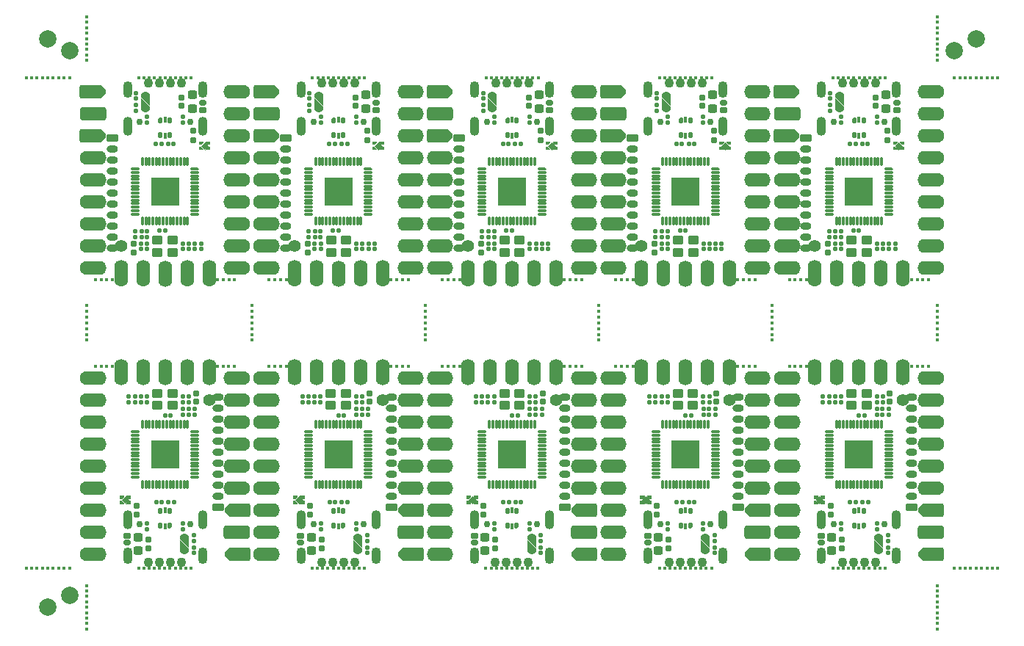
<source format=gbs>
G04 #@! TF.GenerationSoftware,KiCad,Pcbnew,8.0.1-8.0.1-1~ubuntu22.04.1*
G04 #@! TF.CreationDate,2024-08-08T21:33:10+00:00*
G04 #@! TF.ProjectId,gemini-panel,67656d69-6e69-42d7-9061-6e656c2e6b69,1.0*
G04 #@! TF.SameCoordinates,Original*
G04 #@! TF.FileFunction,Soldermask,Bot*
G04 #@! TF.FilePolarity,Negative*
%FSLAX46Y46*%
G04 Gerber Fmt 4.6, Leading zero omitted, Abs format (unit mm)*
G04 Created by KiCad (PCBNEW 8.0.1-8.0.1-1~ubuntu22.04.1) date 2024-08-08 21:33:10*
%MOMM*%
%LPD*%
G01*
G04 APERTURE LIST*
G04 Aperture macros list*
%AMRoundRect*
0 Rectangle with rounded corners*
0 $1 Rounding radius*
0 $2 $3 $4 $5 $6 $7 $8 $9 X,Y pos of 4 corners*
0 Add a 4 corners polygon primitive as box body*
4,1,4,$2,$3,$4,$5,$6,$7,$8,$9,$2,$3,0*
0 Add four circle primitives for the rounded corners*
1,1,$1+$1,$2,$3*
1,1,$1+$1,$4,$5*
1,1,$1+$1,$6,$7*
1,1,$1+$1,$8,$9*
0 Add four rect primitives between the rounded corners*
20,1,$1+$1,$2,$3,$4,$5,0*
20,1,$1+$1,$4,$5,$6,$7,0*
20,1,$1+$1,$6,$7,$8,$9,0*
20,1,$1+$1,$8,$9,$2,$3,0*%
%AMFreePoly0*
4,1,35,0.397255,0.149039,0.416389,0.145233,0.434413,0.137767,0.450634,0.126928,0.464428,0.113134,0.475267,0.096913,0.482733,0.078889,0.486539,0.059755,0.487500,0.050000,0.487500,-0.050000,0.486539,-0.059755,0.482733,-0.078889,0.475267,-0.096913,0.464428,-0.113134,0.450634,-0.126928,0.434413,-0.137767,0.416389,-0.145233,0.397255,-0.149039,0.387500,-0.150000,-0.337500,-0.150000,
-0.372855,-0.135355,-0.472855,-0.035355,-0.487500,0.000000,-0.487500,0.050000,-0.486539,0.059755,-0.482733,0.078889,-0.475267,0.096913,-0.464428,0.113134,-0.450634,0.126928,-0.434413,0.137767,-0.416389,0.145233,-0.397255,0.149039,-0.387500,0.150000,0.387500,0.150000,0.397255,0.149039,0.397255,0.149039,$1*%
%AMFreePoly1*
4,1,14,0.285355,0.222855,0.300000,0.187500,0.300000,-0.187500,0.285355,-0.222855,0.250000,-0.237500,-0.118750,-0.237500,-0.154105,-0.222855,-0.285355,-0.091605,-0.300000,-0.056250,-0.300000,0.187500,-0.285355,0.222855,-0.250000,0.237500,0.250000,0.237500,0.285355,0.222855,0.285355,0.222855,$1*%
%AMFreePoly2*
4,1,32,1.160355,0.535355,1.175000,0.500000,1.160355,0.464645,0.160355,-0.535355,0.125000,-0.550000,0.123223,-0.549968,0.051700,-0.547424,0.039390,-0.545431,-0.097863,-0.505130,-0.110808,-0.499218,-0.231146,-0.421881,-0.241901,-0.412561,-0.335577,-0.304453,-0.343272,-0.292481,-0.402695,-0.162362,-0.406704,-0.148707,-0.427062,-0.007116,-0.427062,0.007116,-0.406704,0.148707,-0.402695,0.162362,
-0.343272,0.292481,-0.335577,0.304453,-0.241901,0.412561,-0.231146,0.421881,-0.110808,0.499218,-0.097863,0.505130,0.039390,0.545431,0.051700,0.547424,0.123223,0.549968,0.125000,0.550000,1.125000,0.550000,1.160355,0.535355,1.160355,0.535355,$1*%
%AMFreePoly3*
4,1,32,-0.123223,0.549968,-0.051700,0.547424,-0.039390,0.545431,0.097863,0.505130,0.110808,0.499218,0.231146,0.421881,0.241901,0.412561,0.335577,0.304453,0.343272,0.292481,0.402695,0.162362,0.406704,0.148707,0.427062,0.007116,0.427062,-0.007116,0.406704,-0.148707,0.402695,-0.162362,0.343272,-0.292481,0.335577,-0.304453,0.241901,-0.412561,0.231146,-0.421881,0.110808,-0.499218,
0.097863,-0.505130,-0.039390,-0.545431,-0.051700,-0.547424,-0.123223,-0.549968,-0.125000,-0.550000,-1.125000,-0.550000,-1.160355,-0.535355,-1.175000,-0.500000,-1.160355,-0.464645,-0.160355,0.535355,-0.125000,0.550000,-0.123223,0.549968,-0.123223,0.549968,$1*%
G04 Aperture macros list end*
%ADD10C,0.010000*%
%ADD11C,0.000000*%
%ADD12C,0.400000*%
%ADD13C,0.750000*%
%ADD14O,1.100000X2.200000*%
%ADD15O,1.100000X1.900000*%
%ADD16O,3.030000X1.600000*%
%ADD17C,1.600000*%
%ADD18O,1.600000X3.030000*%
%ADD19O,1.300000X0.900000*%
%ADD20C,1.400000*%
%ADD21RoundRect,0.329412X0.963843X0.470588X-0.963843X0.470588X-0.963843X-0.470588X0.963843X-0.470588X0*%
%ADD22RoundRect,0.335625X-0.474645X0.000000X0.000000X-0.474645X0.474645X0.000000X0.000000X0.474645X0*%
%ADD23RoundRect,0.400000X0.400000X0.400000X-0.400000X0.400000X-0.400000X-0.400000X0.400000X-0.400000X0*%
%ADD24RoundRect,0.400000X-1.115000X-0.400000X1.115000X-0.400000X1.115000X0.400000X-1.115000X0.400000X0*%
%ADD25RoundRect,0.187500X-0.462500X-0.262500X0.462500X-0.262500X0.462500X0.262500X-0.462500X0.262500X0*%
%ADD26C,1.100000*%
%ADD27RoundRect,0.329412X-0.963843X-0.470588X0.963843X-0.470588X0.963843X0.470588X-0.963843X0.470588X0*%
%ADD28RoundRect,0.335625X0.474645X0.000000X0.000000X0.474645X-0.474645X0.000000X0.000000X-0.474645X0*%
%ADD29RoundRect,0.400000X-0.400000X-0.400000X0.400000X-0.400000X0.400000X0.400000X-0.400000X0.400000X0*%
%ADD30RoundRect,0.400000X1.115000X0.400000X-1.115000X0.400000X-1.115000X-0.400000X1.115000X-0.400000X0*%
%ADD31RoundRect,0.187500X0.462500X0.262500X-0.462500X0.262500X-0.462500X-0.262500X0.462500X-0.262500X0*%
%ADD32C,2.000000*%
%ADD33FreePoly0,0.000000*%
%ADD34RoundRect,0.075000X-0.412500X-0.075000X0.412500X-0.075000X0.412500X0.075000X-0.412500X0.075000X0*%
%ADD35RoundRect,0.075000X-0.075000X-0.412500X0.075000X-0.412500X0.075000X0.412500X-0.075000X0.412500X0*%
%ADD36RoundRect,0.148500X-1.501500X-1.501500X1.501500X-1.501500X1.501500X1.501500X-1.501500X1.501500X0*%
%ADD37RoundRect,0.125000X0.155000X0.125000X-0.155000X0.125000X-0.155000X-0.125000X0.155000X-0.125000X0*%
%ADD38RoundRect,0.125000X-0.125000X0.155000X-0.125000X-0.155000X0.125000X-0.155000X0.125000X0.155000X0*%
%ADD39RoundRect,0.125000X0.125000X-0.155000X0.125000X0.155000X-0.125000X0.155000X-0.125000X-0.155000X0*%
%ADD40RoundRect,0.125000X-0.155000X-0.125000X0.155000X-0.125000X0.155000X0.125000X-0.155000X0.125000X0*%
%ADD41RoundRect,0.165000X0.195000X-0.165000X0.195000X0.165000X-0.195000X0.165000X-0.195000X-0.165000X0*%
%ADD42RoundRect,0.165000X-0.195000X0.165000X-0.195000X-0.165000X0.195000X-0.165000X0.195000X0.165000X0*%
%ADD43RoundRect,0.160000X-0.210000X0.160000X-0.210000X-0.160000X0.210000X-0.160000X0.210000X0.160000X0*%
%ADD44RoundRect,0.243750X-0.281250X0.243750X-0.281250X-0.243750X0.281250X-0.243750X0.281250X0.243750X0*%
%ADD45RoundRect,0.050000X-0.350000X0.250000X-0.350000X-0.250000X0.350000X-0.250000X0.350000X0.250000X0*%
%ADD46RoundRect,0.150000X-0.250000X0.150000X-0.250000X-0.150000X0.250000X-0.150000X0.250000X0.150000X0*%
%ADD47FreePoly1,270.000000*%
%ADD48RoundRect,0.050000X-0.150000X0.325000X-0.150000X-0.325000X0.150000X-0.325000X0.150000X0.325000X0*%
%ADD49RoundRect,0.050000X-0.187500X0.250000X-0.187500X-0.250000X0.187500X-0.250000X0.187500X0.250000X0*%
%ADD50RoundRect,0.160000X0.210000X-0.160000X0.210000X0.160000X-0.210000X0.160000X-0.210000X-0.160000X0*%
%ADD51FreePoly2,270.000000*%
%ADD52FreePoly3,270.000000*%
%ADD53RoundRect,0.243750X0.281250X-0.243750X0.281250X0.243750X-0.281250X0.243750X-0.281250X-0.243750X0*%
%ADD54FreePoly1,90.000000*%
%ADD55RoundRect,0.050000X0.150000X-0.325000X0.150000X0.325000X-0.150000X0.325000X-0.150000X-0.325000X0*%
%ADD56RoundRect,0.050000X0.187500X-0.250000X0.187500X0.250000X-0.187500X0.250000X-0.187500X-0.250000X0*%
%ADD57RoundRect,0.275000X-0.350000X-0.275000X0.350000X-0.275000X0.350000X0.275000X-0.350000X0.275000X0*%
%ADD58FreePoly2,90.000000*%
%ADD59FreePoly3,90.000000*%
%ADD60FreePoly0,180.000000*%
%ADD61RoundRect,0.075000X0.412500X0.075000X-0.412500X0.075000X-0.412500X-0.075000X0.412500X-0.075000X0*%
%ADD62RoundRect,0.075000X0.075000X0.412500X-0.075000X0.412500X-0.075000X-0.412500X0.075000X-0.412500X0*%
%ADD63RoundRect,0.148500X1.501500X1.501500X-1.501500X1.501500X-1.501500X-1.501500X1.501500X-1.501500X0*%
%ADD64RoundRect,0.050000X0.350000X-0.250000X0.350000X0.250000X-0.350000X0.250000X-0.350000X-0.250000X0*%
%ADD65RoundRect,0.150000X0.250000X-0.150000X0.250000X0.150000X-0.250000X0.150000X-0.250000X-0.150000X0*%
%ADD66RoundRect,0.275000X0.350000X0.275000X-0.350000X0.275000X-0.350000X-0.275000X0.350000X-0.275000X0*%
G04 APERTURE END LIST*
D10*
G04 #@! TO.C,U2*
X71842653Y14868143D02*
X71429510Y14455001D01*
X71016367Y14868143D01*
X71429510Y15281286D01*
X71842653Y14868143D01*
G36*
X71842653Y14868143D02*
G01*
X71429510Y14455001D01*
X71016367Y14868143D01*
X71429510Y15281286D01*
X71842653Y14868143D01*
G37*
D11*
G36*
X71294510Y15220000D02*
G01*
X71049510Y14970000D01*
X70769510Y14970000D01*
X70769510Y15350000D01*
X71294510Y15350000D01*
X71294510Y15220000D01*
G37*
G36*
X71294510Y14520000D02*
G01*
X71294510Y14390000D01*
X70769510Y14390000D01*
X70769510Y14770000D01*
X71049510Y14770000D01*
X71294510Y14520000D01*
G37*
G36*
X72089510Y14970000D02*
G01*
X71809510Y14970000D01*
X71564510Y15220000D01*
X71564510Y15350000D01*
X72089510Y15350000D01*
X72089510Y14970000D01*
G37*
G36*
X72089510Y14390000D02*
G01*
X71564510Y14390000D01*
X71564510Y14520000D01*
X71809510Y14770000D01*
X72089510Y14770000D01*
X72089510Y14390000D01*
G37*
D10*
X80983633Y55711857D02*
X80570490Y55298714D01*
X80157347Y55711857D01*
X80570490Y56124999D01*
X80983633Y55711857D01*
G36*
X80983633Y55711857D02*
G01*
X80570490Y55298714D01*
X80157347Y55711857D01*
X80570490Y56124999D01*
X80983633Y55711857D01*
G37*
D11*
G36*
X80435490Y56060000D02*
G01*
X80190490Y55810000D01*
X79910490Y55810000D01*
X79910490Y56190000D01*
X80435490Y56190000D01*
X80435490Y56060000D01*
G37*
G36*
X80435490Y55360000D02*
G01*
X80435490Y55230000D01*
X79910490Y55230000D01*
X79910490Y55610000D01*
X80190490Y55610000D01*
X80435490Y55360000D01*
G37*
G36*
X81230490Y55810000D02*
G01*
X80950490Y55810000D01*
X80705490Y56060000D01*
X80705490Y56190000D01*
X81230490Y56190000D01*
X81230490Y55810000D01*
G37*
G36*
X81230490Y55230000D02*
G01*
X80705490Y55230000D01*
X80705490Y55360000D01*
X80950490Y55610000D01*
X81230490Y55610000D01*
X81230490Y55230000D01*
G37*
D10*
X11842653Y14868143D02*
X11429510Y14455001D01*
X11016367Y14868143D01*
X11429510Y15281286D01*
X11842653Y14868143D01*
G36*
X11842653Y14868143D02*
G01*
X11429510Y14455001D01*
X11016367Y14868143D01*
X11429510Y15281286D01*
X11842653Y14868143D01*
G37*
D11*
G36*
X11294510Y15220000D02*
G01*
X11049510Y14970000D01*
X10769510Y14970000D01*
X10769510Y15350000D01*
X11294510Y15350000D01*
X11294510Y15220000D01*
G37*
G36*
X11294510Y14520000D02*
G01*
X11294510Y14390000D01*
X10769510Y14390000D01*
X10769510Y14770000D01*
X11049510Y14770000D01*
X11294510Y14520000D01*
G37*
G36*
X12089510Y14970000D02*
G01*
X11809510Y14970000D01*
X11564510Y15220000D01*
X11564510Y15350000D01*
X12089510Y15350000D01*
X12089510Y14970000D01*
G37*
G36*
X12089510Y14390000D02*
G01*
X11564510Y14390000D01*
X11564510Y14520000D01*
X11809510Y14770000D01*
X12089510Y14770000D01*
X12089510Y14390000D01*
G37*
D10*
X100983633Y55711857D02*
X100570490Y55298714D01*
X100157347Y55711857D01*
X100570490Y56124999D01*
X100983633Y55711857D01*
G36*
X100983633Y55711857D02*
G01*
X100570490Y55298714D01*
X100157347Y55711857D01*
X100570490Y56124999D01*
X100983633Y55711857D01*
G37*
D11*
G36*
X100435490Y56060000D02*
G01*
X100190490Y55810000D01*
X99910490Y55810000D01*
X99910490Y56190000D01*
X100435490Y56190000D01*
X100435490Y56060000D01*
G37*
G36*
X100435490Y55360000D02*
G01*
X100435490Y55230000D01*
X99910490Y55230000D01*
X99910490Y55610000D01*
X100190490Y55610000D01*
X100435490Y55360000D01*
G37*
G36*
X101230490Y55810000D02*
G01*
X100950490Y55810000D01*
X100705490Y56060000D01*
X100705490Y56190000D01*
X101230490Y56190000D01*
X101230490Y55810000D01*
G37*
G36*
X101230490Y55230000D02*
G01*
X100705490Y55230000D01*
X100705490Y55360000D01*
X100950490Y55610000D01*
X101230490Y55610000D01*
X101230490Y55230000D01*
G37*
D10*
X60983633Y55711857D02*
X60570490Y55298714D01*
X60157347Y55711857D01*
X60570490Y56124999D01*
X60983633Y55711857D01*
G36*
X60983633Y55711857D02*
G01*
X60570490Y55298714D01*
X60157347Y55711857D01*
X60570490Y56124999D01*
X60983633Y55711857D01*
G37*
D11*
G36*
X60435490Y56060000D02*
G01*
X60190490Y55810000D01*
X59910490Y55810000D01*
X59910490Y56190000D01*
X60435490Y56190000D01*
X60435490Y56060000D01*
G37*
G36*
X60435490Y55360000D02*
G01*
X60435490Y55230000D01*
X59910490Y55230000D01*
X59910490Y55610000D01*
X60190490Y55610000D01*
X60435490Y55360000D01*
G37*
G36*
X61230490Y55810000D02*
G01*
X60950490Y55810000D01*
X60705490Y56060000D01*
X60705490Y56190000D01*
X61230490Y56190000D01*
X61230490Y55810000D01*
G37*
G36*
X61230490Y55230000D02*
G01*
X60705490Y55230000D01*
X60705490Y55360000D01*
X60950490Y55610000D01*
X61230490Y55610000D01*
X61230490Y55230000D01*
G37*
D10*
X91842653Y14868143D02*
X91429510Y14455001D01*
X91016367Y14868143D01*
X91429510Y15281286D01*
X91842653Y14868143D01*
G36*
X91842653Y14868143D02*
G01*
X91429510Y14455001D01*
X91016367Y14868143D01*
X91429510Y15281286D01*
X91842653Y14868143D01*
G37*
D11*
G36*
X91294510Y15220000D02*
G01*
X91049510Y14970000D01*
X90769510Y14970000D01*
X90769510Y15350000D01*
X91294510Y15350000D01*
X91294510Y15220000D01*
G37*
G36*
X91294510Y14520000D02*
G01*
X91294510Y14390000D01*
X90769510Y14390000D01*
X90769510Y14770000D01*
X91049510Y14770000D01*
X91294510Y14520000D01*
G37*
G36*
X92089510Y14970000D02*
G01*
X91809510Y14970000D01*
X91564510Y15220000D01*
X91564510Y15350000D01*
X92089510Y15350000D01*
X92089510Y14970000D01*
G37*
G36*
X92089510Y14390000D02*
G01*
X91564510Y14390000D01*
X91564510Y14520000D01*
X91809510Y14770000D01*
X92089510Y14770000D01*
X92089510Y14390000D01*
G37*
D10*
X31842653Y14868143D02*
X31429510Y14455001D01*
X31016367Y14868143D01*
X31429510Y15281286D01*
X31842653Y14868143D01*
G36*
X31842653Y14868143D02*
G01*
X31429510Y14455001D01*
X31016367Y14868143D01*
X31429510Y15281286D01*
X31842653Y14868143D01*
G37*
D11*
G36*
X31294510Y15220000D02*
G01*
X31049510Y14970000D01*
X30769510Y14970000D01*
X30769510Y15350000D01*
X31294510Y15350000D01*
X31294510Y15220000D01*
G37*
G36*
X31294510Y14520000D02*
G01*
X31294510Y14390000D01*
X30769510Y14390000D01*
X30769510Y14770000D01*
X31049510Y14770000D01*
X31294510Y14520000D01*
G37*
G36*
X32089510Y14970000D02*
G01*
X31809510Y14970000D01*
X31564510Y15220000D01*
X31564510Y15350000D01*
X32089510Y15350000D01*
X32089510Y14970000D01*
G37*
G36*
X32089510Y14390000D02*
G01*
X31564510Y14390000D01*
X31564510Y14520000D01*
X31809510Y14770000D01*
X32089510Y14770000D01*
X32089510Y14390000D01*
G37*
D10*
X51842653Y14868143D02*
X51429510Y14455001D01*
X51016367Y14868143D01*
X51429510Y15281286D01*
X51842653Y14868143D01*
G36*
X51842653Y14868143D02*
G01*
X51429510Y14455001D01*
X51016367Y14868143D01*
X51429510Y15281286D01*
X51842653Y14868143D01*
G37*
D11*
G36*
X51294510Y15220000D02*
G01*
X51049510Y14970000D01*
X50769510Y14970000D01*
X50769510Y15350000D01*
X51294510Y15350000D01*
X51294510Y15220000D01*
G37*
G36*
X51294510Y14520000D02*
G01*
X51294510Y14390000D01*
X50769510Y14390000D01*
X50769510Y14770000D01*
X51049510Y14770000D01*
X51294510Y14520000D01*
G37*
G36*
X52089510Y14970000D02*
G01*
X51809510Y14970000D01*
X51564510Y15220000D01*
X51564510Y15350000D01*
X52089510Y15350000D01*
X52089510Y14970000D01*
G37*
G36*
X52089510Y14390000D02*
G01*
X51564510Y14390000D01*
X51564510Y14520000D01*
X51809510Y14770000D01*
X52089510Y14770000D01*
X52089510Y14390000D01*
G37*
D10*
X20983633Y55711857D02*
X20570490Y55298714D01*
X20157347Y55711857D01*
X20570490Y56124999D01*
X20983633Y55711857D01*
G36*
X20983633Y55711857D02*
G01*
X20570490Y55298714D01*
X20157347Y55711857D01*
X20570490Y56124999D01*
X20983633Y55711857D01*
G37*
D11*
G36*
X20435490Y56060000D02*
G01*
X20190490Y55810000D01*
X19910490Y55810000D01*
X19910490Y56190000D01*
X20435490Y56190000D01*
X20435490Y56060000D01*
G37*
G36*
X20435490Y55360000D02*
G01*
X20435490Y55230000D01*
X19910490Y55230000D01*
X19910490Y55610000D01*
X20190490Y55610000D01*
X20435490Y55360000D01*
G37*
G36*
X21230490Y55810000D02*
G01*
X20950490Y55810000D01*
X20705490Y56060000D01*
X20705490Y56190000D01*
X21230490Y56190000D01*
X21230490Y55810000D01*
G37*
G36*
X21230490Y55230000D02*
G01*
X20705490Y55230000D01*
X20705490Y55360000D01*
X20950490Y55610000D01*
X21230490Y55610000D01*
X21230490Y55230000D01*
G37*
D10*
X40983633Y55711857D02*
X40570490Y55298714D01*
X40157347Y55711857D01*
X40570490Y56124999D01*
X40983633Y55711857D01*
G36*
X40983633Y55711857D02*
G01*
X40570490Y55298714D01*
X40157347Y55711857D01*
X40570490Y56124999D01*
X40983633Y55711857D01*
G37*
D11*
G36*
X40435490Y56060000D02*
G01*
X40190490Y55810000D01*
X39910490Y55810000D01*
X39910490Y56190000D01*
X40435490Y56190000D01*
X40435490Y56060000D01*
G37*
G36*
X40435490Y55360000D02*
G01*
X40435490Y55230000D01*
X39910490Y55230000D01*
X39910490Y55610000D01*
X40190490Y55610000D01*
X40435490Y55360000D01*
G37*
G36*
X41230490Y55810000D02*
G01*
X40950490Y55810000D01*
X40705490Y56060000D01*
X40705490Y56190000D01*
X41230490Y56190000D01*
X41230490Y55810000D01*
G37*
G36*
X41230490Y55230000D02*
G01*
X40705490Y55230000D01*
X40705490Y55360000D01*
X40950490Y55610000D01*
X41230490Y55610000D01*
X41230490Y55230000D01*
G37*
G04 #@! TD*
D12*
G04 #@! TO.C,KiKit_MB_35_2*
X86000000Y36623334D03*
G04 #@! TD*
G04 #@! TO.C,KiKit_MB_17_1*
X22029510Y30290000D03*
G04 #@! TD*
G04 #@! TO.C,KiKit_MB_21_3*
X37789510Y7000001D03*
G04 #@! TD*
G04 #@! TO.C,KiKit_MB_16_1*
X7969510Y30289228D03*
G04 #@! TD*
G04 #@! TO.C,KiKit_MB_43_5*
X109500000Y63580000D03*
G04 #@! TD*
G04 #@! TO.C,KiKit_MB_34_3*
X26000000Y35956667D03*
G04 #@! TD*
G04 #@! TO.C,KiKit_MB_12_6*
X76010490Y63579999D03*
G04 #@! TD*
G04 #@! TO.C,KiKit_MB_3_2*
X13610490Y63579999D03*
G04 #@! TD*
G04 #@! TO.C,KiKit_MB_22_1*
X47969510Y30289228D03*
G04 #@! TD*
G04 #@! TO.C,KiKit_MB_39_4*
X7000000Y3125000D03*
G04 #@! TD*
G04 #@! TO.C,KiKit_MB_15_6*
X96010490Y63579999D03*
G04 #@! TD*
G04 #@! TO.C,KiKit_MB_43_6*
X110125000Y63580000D03*
G04 #@! TD*
G04 #@! TO.C,KiKit_MB_6_2*
X33610490Y63579999D03*
G04 #@! TD*
G04 #@! TO.C,KiKit_MB_28_4*
X89969510Y30290000D03*
G04 #@! TD*
G04 #@! TO.C,KiKit_MB_41_6*
X3125000Y63580000D03*
G04 #@! TD*
G04 #@! TO.C,KiKit_MB_6_7*
X36610490Y63579999D03*
G04 #@! TD*
D13*
G04 #@! TO.C,J1*
X78890490Y58500000D03*
X73110490Y58500000D03*
D14*
X80320490Y58000000D03*
D15*
X80320490Y62180000D03*
X71680490Y62180000D03*
D14*
X71680490Y58000000D03*
G04 #@! TD*
D12*
G04 #@! TO.C,KiKit_MB_33_6*
X7000000Y33956667D03*
G04 #@! TD*
G04 #@! TO.C,KiKit_MB_15_7*
X96610490Y63579999D03*
G04 #@! TD*
G04 #@! TO.C,KiKit_MB_4_2*
X43363823Y40290516D03*
G04 #@! TD*
G04 #@! TO.C,KiKit_MB_27_8*
X74789510Y7000001D03*
G04 #@! TD*
G04 #@! TO.C,KiKit_MB_41_9*
X5000000Y63580000D03*
G04 #@! TD*
G04 #@! TO.C,KiKit_MB_17_3*
X23362843Y30289502D03*
G04 #@! TD*
G04 #@! TO.C,KiKit_MB_3_1*
X13010490Y63579999D03*
G04 #@! TD*
D16*
G04 #@! TO.C,Gemini1*
X104285000Y61990000D03*
D17*
X105000000Y61990000D03*
D16*
X104285000Y59450000D03*
D17*
X105000000Y59450000D03*
D16*
X104285000Y56910000D03*
D17*
X105000000Y56910000D03*
D16*
X104285000Y54370000D03*
D17*
X105000000Y54370000D03*
D16*
X104285000Y51830000D03*
D17*
X105000000Y51830000D03*
D16*
X104285000Y49290000D03*
D17*
X105000000Y49290000D03*
D16*
X104285000Y46750000D03*
D17*
X105000000Y46750000D03*
D16*
X104285000Y44210000D03*
D17*
X105000000Y44210000D03*
D16*
X104285000Y41670000D03*
D17*
X105000000Y41670000D03*
D18*
X101080000Y41005000D03*
D17*
X101080000Y40290000D03*
D18*
X98540000Y41005000D03*
D17*
X98540000Y40290000D03*
D18*
X96000000Y40971000D03*
D17*
X96000000Y40256000D03*
D18*
X93460000Y41005000D03*
D17*
X93460000Y40290000D03*
D18*
X90920000Y41005000D03*
D17*
X90920000Y40290000D03*
X87000000Y41670000D03*
D16*
X87715000Y41670000D03*
D17*
X87000000Y44210000D03*
D16*
X87715000Y44210000D03*
D19*
X89904000Y43886000D03*
D20*
X90920000Y44210000D03*
D19*
X89904000Y45156000D03*
X89904000Y46426000D03*
X89904000Y47696000D03*
X89904000Y48966000D03*
X89904000Y50236000D03*
X89904000Y51506000D03*
X89904000Y52776000D03*
X89904000Y54046000D03*
X89904000Y55316000D03*
D17*
X87000000Y46750000D03*
D16*
X87715000Y46750000D03*
D17*
X87000000Y49290000D03*
D16*
X87715000Y49290000D03*
D17*
X87000000Y51830000D03*
D16*
X87715000Y51830000D03*
D17*
X87000000Y54370000D03*
D16*
X87715000Y54370000D03*
D21*
X87443745Y56910000D03*
D22*
X88380000Y56910000D03*
D23*
X87000000Y59450000D03*
D24*
X87715000Y59450000D03*
D25*
X89904000Y56586000D03*
D26*
X94100000Y62930000D03*
D21*
X87443745Y61990000D03*
D22*
X88380000Y61990000D03*
D26*
X95370000Y62930000D03*
X96640000Y62930000D03*
X97910000Y62930000D03*
G04 #@! TD*
D12*
G04 #@! TO.C,KiKit_MB_36_6*
X105000000Y33956667D03*
G04 #@! TD*
G04 #@! TO.C,KiKit_MB_10_3*
X82697156Y40290258D03*
G04 #@! TD*
G04 #@! TO.C,KiKit_MB_23_1*
X62029510Y30290000D03*
G04 #@! TD*
G04 #@! TO.C,KiKit_MB_15_5*
X95410490Y63579999D03*
G04 #@! TD*
G04 #@! TO.C,KiKit_MB_35_1*
X86000000Y37290000D03*
G04 #@! TD*
G04 #@! TO.C,KiKit_MB_30_7*
X95389510Y7000001D03*
G04 #@! TD*
G04 #@! TO.C,KiKit_MB_22_4*
X49969510Y30290000D03*
G04 #@! TD*
G04 #@! TO.C,KiKit_MB_44_2*
X107625000Y7000000D03*
G04 #@! TD*
G04 #@! TO.C,KiKit_MB_3_9*
X17810490Y63579999D03*
G04 #@! TD*
G04 #@! TO.C,KiKit_MB_38_3*
X105000000Y69330000D03*
G04 #@! TD*
G04 #@! TO.C,KiKit_MB_27_10*
X73589510Y7000001D03*
G04 #@! TD*
G04 #@! TO.C,KiKit_MB_4_3*
X42697156Y40290258D03*
G04 #@! TD*
G04 #@! TO.C,KiKit_MB_34_1*
X26000000Y37290000D03*
G04 #@! TD*
G04 #@! TO.C,KiKit_MB_15_1*
X93010490Y63579999D03*
G04 #@! TD*
G04 #@! TO.C,KiKit_MB_37_7*
X7000000Y66830000D03*
G04 #@! TD*
G04 #@! TO.C,KiKit_MB_30_8*
X94789510Y7000001D03*
G04 #@! TD*
G04 #@! TO.C,KiKit_MB_43_3*
X108250000Y63580000D03*
G04 #@! TD*
G04 #@! TO.C,KiKit_MB_22_3*
X49302843Y30289743D03*
G04 #@! TD*
G04 #@! TO.C,KiKit_MB_13_3*
X102697156Y40290258D03*
G04 #@! TD*
G04 #@! TO.C,KiKit_MB_1_2*
X23363823Y40290516D03*
G04 #@! TD*
G04 #@! TO.C,KiKit_MB_23_4*
X64029510Y30289253D03*
G04 #@! TD*
G04 #@! TO.C,KiKit_MB_26_3*
X83362843Y30289502D03*
G04 #@! TD*
G04 #@! TO.C,KiKit_MB_1_4*
X22030490Y40290000D03*
G04 #@! TD*
G04 #@! TO.C,KiKit_MB_42_9*
X5000000Y7000000D03*
G04 #@! TD*
G04 #@! TO.C,KiKit_MB_40_3*
X105000000Y3750000D03*
G04 #@! TD*
G04 #@! TO.C,KiKit_MB_9_8*
X57210490Y63579999D03*
G04 #@! TD*
G04 #@! TO.C,KiKit_MB_33_7*
X7000000Y33290000D03*
G04 #@! TD*
G04 #@! TO.C,KiKit_MB_32_4*
X66000000Y35290000D03*
G04 #@! TD*
G04 #@! TO.C,KiKit_MB_17_4*
X24029510Y30289253D03*
G04 #@! TD*
G04 #@! TO.C,KiKit_MB_27_7*
X75389510Y7000001D03*
G04 #@! TD*
G04 #@! TO.C,KiKit_MB_28_1*
X87969510Y30289228D03*
G04 #@! TD*
G04 #@! TO.C,KiKit_MB_42_2*
X625000Y7000000D03*
G04 #@! TD*
G04 #@! TO.C,KiKit_MB_38_8*
X105000000Y66205000D03*
G04 #@! TD*
G04 #@! TO.C,KiKit_MB_33_2*
X7000000Y36623334D03*
G04 #@! TD*
G04 #@! TO.C,KiKit_MB_19_4*
X29969510Y30290000D03*
G04 #@! TD*
G04 #@! TO.C,KiKit_MB_15_10*
X98410490Y63579999D03*
G04 #@! TD*
G04 #@! TO.C,KiKit_MB_21_7*
X35389510Y7000001D03*
G04 #@! TD*
G04 #@! TO.C,KiKit_MB_37_4*
X7000000Y68705000D03*
G04 #@! TD*
D13*
G04 #@! TO.C,J1*
X33109510Y12080000D03*
X38889510Y12080000D03*
D14*
X31679510Y12580000D03*
D15*
X31679510Y8400000D03*
X40319510Y8400000D03*
D14*
X40319510Y12580000D03*
G04 #@! TD*
D12*
G04 #@! TO.C,KiKit_MB_32_2*
X66000000Y36623334D03*
G04 #@! TD*
G04 #@! TO.C,KiKit_MB_12_3*
X74210490Y63579999D03*
G04 #@! TD*
G04 #@! TO.C,KiKit_MB_25_1*
X67969510Y30289228D03*
G04 #@! TD*
G04 #@! TO.C,KiKit_MB_29_1*
X102029510Y30290000D03*
G04 #@! TD*
G04 #@! TO.C,KiKit_MB_24_7*
X55389510Y7000001D03*
G04 #@! TD*
G04 #@! TO.C,KiKit_MB_18_9*
X14189510Y7000001D03*
G04 #@! TD*
G04 #@! TO.C,KiKit_MB_9_2*
X53610490Y63579999D03*
G04 #@! TD*
G04 #@! TO.C,KiKit_MB_16_3*
X9302844Y30289743D03*
G04 #@! TD*
G04 #@! TO.C,KiKit_MB_7_4*
X62030490Y40290000D03*
G04 #@! TD*
G04 #@! TO.C,KiKit_MB_36_5*
X105000000Y34623334D03*
G04 #@! TD*
G04 #@! TO.C,KiKit_MB_16_4*
X9969510Y30290000D03*
G04 #@! TD*
G04 #@! TO.C,KiKit_MB_39_8*
X7000000Y625000D03*
G04 #@! TD*
G04 #@! TO.C,KiKit_MB_43_8*
X111375000Y63580000D03*
G04 #@! TD*
G04 #@! TO.C,KiKit_MB_9_6*
X56010490Y63579999D03*
G04 #@! TD*
G04 #@! TO.C,KiKit_MB_8_1*
X49970490Y40290000D03*
G04 #@! TD*
G04 #@! TO.C,KiKit_MB_8_3*
X48637156Y40290499D03*
G04 #@! TD*
G04 #@! TO.C,KiKit_MB_21_9*
X34189510Y7000001D03*
G04 #@! TD*
G04 #@! TO.C,KiKit_MB_18_5*
X16589510Y7000001D03*
G04 #@! TD*
D16*
G04 #@! TO.C,Gemini1*
X7715000Y8590000D03*
D17*
X7000000Y8590000D03*
D16*
X7715000Y11130000D03*
D17*
X7000000Y11130000D03*
D16*
X7715000Y13670000D03*
D17*
X7000000Y13670000D03*
D16*
X7715000Y16210000D03*
D17*
X7000000Y16210000D03*
D16*
X7715000Y18750000D03*
D17*
X7000000Y18750000D03*
D16*
X7715000Y21290000D03*
D17*
X7000000Y21290000D03*
D16*
X7715000Y23830000D03*
D17*
X7000000Y23830000D03*
D16*
X7715000Y26370000D03*
D17*
X7000000Y26370000D03*
D16*
X7715000Y28910000D03*
D17*
X7000000Y28910000D03*
D18*
X10920000Y29575000D03*
D17*
X10920000Y30290000D03*
D18*
X13460000Y29575000D03*
D17*
X13460000Y30290000D03*
D18*
X16000000Y29609000D03*
D17*
X16000000Y30324000D03*
D18*
X18540000Y29575000D03*
D17*
X18540000Y30290000D03*
D18*
X21080000Y29575000D03*
D17*
X21080000Y30290000D03*
X25000000Y28910000D03*
D16*
X24285000Y28910000D03*
D17*
X25000000Y26370000D03*
D16*
X24285000Y26370000D03*
D19*
X22096000Y26694000D03*
D20*
X21080000Y26370000D03*
D19*
X22096000Y25424000D03*
X22096000Y24154000D03*
X22096000Y22884000D03*
X22096000Y21614000D03*
X22096000Y20344000D03*
X22096000Y19074000D03*
X22096000Y17804000D03*
X22096000Y16534000D03*
X22096000Y15264000D03*
D17*
X25000000Y23830000D03*
D16*
X24285000Y23830000D03*
D17*
X25000000Y21290000D03*
D16*
X24285000Y21290000D03*
D17*
X25000000Y18750000D03*
D16*
X24285000Y18750000D03*
D17*
X25000000Y16210000D03*
D16*
X24285000Y16210000D03*
D27*
X24556255Y13670000D03*
D28*
X23620000Y13670000D03*
D29*
X25000000Y11130000D03*
D30*
X24285000Y11130000D03*
D31*
X22096000Y13994000D03*
D26*
X17900000Y7650000D03*
D27*
X24556255Y8590000D03*
D28*
X23620000Y8590000D03*
D26*
X16630000Y7650000D03*
X15360000Y7650000D03*
X14090000Y7650000D03*
G04 #@! TD*
D13*
G04 #@! TO.C,J1*
X13109510Y12080000D03*
X18889510Y12080000D03*
D14*
X11679510Y12580000D03*
D15*
X11679510Y8400000D03*
X20319510Y8400000D03*
D14*
X20319510Y12580000D03*
G04 #@! TD*
D12*
G04 #@! TO.C,KiKit_MB_41_3*
X1250000Y63580000D03*
G04 #@! TD*
G04 #@! TO.C,KiKit_MB_36_7*
X105000000Y33290000D03*
G04 #@! TD*
G04 #@! TO.C,KiKit_MB_25_2*
X68636176Y30289485D03*
G04 #@! TD*
G04 #@! TO.C,KiKit_MB_35_7*
X86000000Y33290000D03*
G04 #@! TD*
G04 #@! TO.C,KiKit_MB_30_1*
X98989510Y7000001D03*
G04 #@! TD*
G04 #@! TO.C,KiKit_MB_6_9*
X37810490Y63579999D03*
G04 #@! TD*
G04 #@! TO.C,KiKit_MB_21_6*
X35989510Y7000001D03*
G04 #@! TD*
G04 #@! TO.C,KiKit_MB_12_11*
X79010490Y63579999D03*
G04 #@! TD*
G04 #@! TO.C,KiKit_MB_40_5*
X105000000Y2500000D03*
G04 #@! TD*
G04 #@! TO.C,KiKit_MB_13_1*
X104030490Y40290773D03*
G04 #@! TD*
G04 #@! TO.C,KiKit_MB_35_5*
X86000000Y34623334D03*
G04 #@! TD*
G04 #@! TO.C,KiKit_MB_20_1*
X42029510Y30290000D03*
G04 #@! TD*
G04 #@! TO.C,KiKit_MB_14_4*
X87970490Y40290748D03*
G04 #@! TD*
G04 #@! TO.C,KiKit_MB_20_4*
X44029510Y30289253D03*
G04 #@! TD*
G04 #@! TO.C,KiKit_MB_2_2*
X9303824Y40290250D03*
G04 #@! TD*
G04 #@! TO.C,KiKit_MB_18_6*
X15989510Y7000001D03*
G04 #@! TD*
G04 #@! TO.C,KiKit_MB_6_6*
X36010490Y63579999D03*
G04 #@! TD*
G04 #@! TO.C,KiKit_MB_24_2*
X58389510Y7000001D03*
G04 #@! TD*
G04 #@! TO.C,KiKit_MB_3_8*
X17210490Y63579999D03*
G04 #@! TD*
G04 #@! TO.C,KiKit_MB_6_4*
X34810490Y63579999D03*
G04 #@! TD*
D32*
G04 #@! TO.C,KiKit_TO_3*
X2500000Y2500000D03*
G04 #@! TD*
D12*
G04 #@! TO.C,KiKit_MB_9_5*
X55410490Y63579999D03*
G04 #@! TD*
G04 #@! TO.C,KiKit_MB_29_3*
X103362843Y30289502D03*
G04 #@! TD*
G04 #@! TO.C,KiKit_MB_21_4*
X37189510Y7000001D03*
G04 #@! TD*
G04 #@! TO.C,KiKit_MB_12_1*
X73010490Y63579999D03*
G04 #@! TD*
G04 #@! TO.C,KiKit_MB_32_1*
X66000000Y37290000D03*
G04 #@! TD*
G04 #@! TO.C,KiKit_MB_15_9*
X97810490Y63579999D03*
G04 #@! TD*
G04 #@! TO.C,KiKit_MB_25_4*
X69969510Y30290000D03*
G04 #@! TD*
G04 #@! TO.C,KiKit_MB_35_6*
X86000000Y33956667D03*
G04 #@! TD*
G04 #@! TO.C,KiKit_MB_36_2*
X105000000Y36623334D03*
G04 #@! TD*
G04 #@! TO.C,KiKit_MB_35_4*
X86000000Y35290000D03*
G04 #@! TD*
G04 #@! TO.C,KiKit_MB_28_2*
X88636176Y30289485D03*
G04 #@! TD*
G04 #@! TO.C,KiKit_MB_27_1*
X78989510Y7000001D03*
G04 #@! TD*
G04 #@! TO.C,KiKit_MB_40_9*
X105000000Y0D03*
G04 #@! TD*
G04 #@! TO.C,KiKit_MB_10_1*
X84030490Y40290773D03*
G04 #@! TD*
G04 #@! TO.C,KiKit_MB_44_3*
X108250000Y7000000D03*
G04 #@! TD*
G04 #@! TO.C,KiKit_MB_14_1*
X89970490Y40290000D03*
G04 #@! TD*
G04 #@! TO.C,KiKit_MB_15_11*
X99010490Y63579999D03*
G04 #@! TD*
G04 #@! TO.C,KiKit_MB_43_7*
X110750000Y63580000D03*
G04 #@! TD*
G04 #@! TO.C,KiKit_MB_33_4*
X7000000Y35290000D03*
G04 #@! TD*
G04 #@! TO.C,KiKit_MB_7_1*
X64030490Y40290773D03*
G04 #@! TD*
G04 #@! TO.C,KiKit_MB_37_1*
X7000000Y70580000D03*
G04 #@! TD*
G04 #@! TO.C,KiKit_MB_38_7*
X105000000Y66830000D03*
G04 #@! TD*
G04 #@! TO.C,KiKit_MB_24_5*
X56589510Y7000001D03*
G04 #@! TD*
D13*
G04 #@! TO.C,J1*
X38890490Y58500000D03*
X33110490Y58500000D03*
D14*
X40320490Y58000000D03*
D15*
X40320490Y62180000D03*
X31680490Y62180000D03*
D14*
X31680490Y58000000D03*
G04 #@! TD*
D13*
G04 #@! TO.C,J1*
X18890490Y58500000D03*
X13110490Y58500000D03*
D14*
X20320490Y58000000D03*
D15*
X20320490Y62180000D03*
X11680490Y62180000D03*
D14*
X11680490Y58000000D03*
G04 #@! TD*
D12*
G04 #@! TO.C,KiKit_MB_39_6*
X7000000Y1875000D03*
G04 #@! TD*
D32*
G04 #@! TO.C,KiKit_TO_2*
X109500000Y68080000D03*
G04 #@! TD*
D12*
G04 #@! TO.C,KiKit_MB_32_3*
X66000000Y35956667D03*
G04 #@! TD*
D16*
G04 #@! TO.C,Gemini1*
X27715000Y8590000D03*
D17*
X27000000Y8590000D03*
D16*
X27715000Y11130000D03*
D17*
X27000000Y11130000D03*
D16*
X27715000Y13670000D03*
D17*
X27000000Y13670000D03*
D16*
X27715000Y16210000D03*
D17*
X27000000Y16210000D03*
D16*
X27715000Y18750000D03*
D17*
X27000000Y18750000D03*
D16*
X27715000Y21290000D03*
D17*
X27000000Y21290000D03*
D16*
X27715000Y23830000D03*
D17*
X27000000Y23830000D03*
D16*
X27715000Y26370000D03*
D17*
X27000000Y26370000D03*
D16*
X27715000Y28910000D03*
D17*
X27000000Y28910000D03*
D18*
X30920000Y29575000D03*
D17*
X30920000Y30290000D03*
D18*
X33460000Y29575000D03*
D17*
X33460000Y30290000D03*
D18*
X36000000Y29609000D03*
D17*
X36000000Y30324000D03*
D18*
X38540000Y29575000D03*
D17*
X38540000Y30290000D03*
D18*
X41080000Y29575000D03*
D17*
X41080000Y30290000D03*
X45000000Y28910000D03*
D16*
X44285000Y28910000D03*
D17*
X45000000Y26370000D03*
D16*
X44285000Y26370000D03*
D19*
X42096000Y26694000D03*
D20*
X41080000Y26370000D03*
D19*
X42096000Y25424000D03*
X42096000Y24154000D03*
X42096000Y22884000D03*
X42096000Y21614000D03*
X42096000Y20344000D03*
X42096000Y19074000D03*
X42096000Y17804000D03*
X42096000Y16534000D03*
X42096000Y15264000D03*
D17*
X45000000Y23830000D03*
D16*
X44285000Y23830000D03*
D17*
X45000000Y21290000D03*
D16*
X44285000Y21290000D03*
D17*
X45000000Y18750000D03*
D16*
X44285000Y18750000D03*
D17*
X45000000Y16210000D03*
D16*
X44285000Y16210000D03*
D27*
X44556255Y13670000D03*
D28*
X43620000Y13670000D03*
D29*
X45000000Y11130000D03*
D30*
X44285000Y11130000D03*
D31*
X42096000Y13994000D03*
D26*
X37900000Y7650000D03*
D27*
X44556255Y8590000D03*
D28*
X43620000Y8590000D03*
D26*
X36630000Y7650000D03*
X35360000Y7650000D03*
X34090000Y7650000D03*
G04 #@! TD*
D12*
G04 #@! TO.C,KiKit_MB_44_1*
X107000000Y7000000D03*
G04 #@! TD*
G04 #@! TO.C,KiKit_MB_42_8*
X4375000Y7000000D03*
G04 #@! TD*
G04 #@! TO.C,KiKit_MB_21_8*
X34789510Y7000001D03*
G04 #@! TD*
G04 #@! TO.C,KiKit_MB_18_11*
X12989510Y7000001D03*
G04 #@! TD*
G04 #@! TO.C,KiKit_MB_27_9*
X74189510Y7000001D03*
G04 #@! TD*
G04 #@! TO.C,KiKit_MB_40_7*
X105000000Y1250000D03*
G04 #@! TD*
G04 #@! TO.C,KiKit_MB_9_9*
X57810490Y63579999D03*
G04 #@! TD*
D16*
G04 #@! TO.C,Gemini1*
X84285000Y61990000D03*
D17*
X85000000Y61990000D03*
D16*
X84285000Y59450000D03*
D17*
X85000000Y59450000D03*
D16*
X84285000Y56910000D03*
D17*
X85000000Y56910000D03*
D16*
X84285000Y54370000D03*
D17*
X85000000Y54370000D03*
D16*
X84285000Y51830000D03*
D17*
X85000000Y51830000D03*
D16*
X84285000Y49290000D03*
D17*
X85000000Y49290000D03*
D16*
X84285000Y46750000D03*
D17*
X85000000Y46750000D03*
D16*
X84285000Y44210000D03*
D17*
X85000000Y44210000D03*
D16*
X84285000Y41670000D03*
D17*
X85000000Y41670000D03*
D18*
X81080000Y41005000D03*
D17*
X81080000Y40290000D03*
D18*
X78540000Y41005000D03*
D17*
X78540000Y40290000D03*
D18*
X76000000Y40971000D03*
D17*
X76000000Y40256000D03*
D18*
X73460000Y41005000D03*
D17*
X73460000Y40290000D03*
D18*
X70920000Y41005000D03*
D17*
X70920000Y40290000D03*
X67000000Y41670000D03*
D16*
X67715000Y41670000D03*
D17*
X67000000Y44210000D03*
D16*
X67715000Y44210000D03*
D19*
X69904000Y43886000D03*
D20*
X70920000Y44210000D03*
D19*
X69904000Y45156000D03*
X69904000Y46426000D03*
X69904000Y47696000D03*
X69904000Y48966000D03*
X69904000Y50236000D03*
X69904000Y51506000D03*
X69904000Y52776000D03*
X69904000Y54046000D03*
X69904000Y55316000D03*
D17*
X67000000Y46750000D03*
D16*
X67715000Y46750000D03*
D17*
X67000000Y49290000D03*
D16*
X67715000Y49290000D03*
D17*
X67000000Y51830000D03*
D16*
X67715000Y51830000D03*
D17*
X67000000Y54370000D03*
D16*
X67715000Y54370000D03*
D21*
X67443745Y56910000D03*
D22*
X68380000Y56910000D03*
D23*
X67000000Y59450000D03*
D24*
X67715000Y59450000D03*
D25*
X69904000Y56586000D03*
D26*
X74100000Y62930000D03*
D21*
X67443745Y61990000D03*
D22*
X68380000Y61990000D03*
D26*
X75370000Y62930000D03*
X76640000Y62930000D03*
X77910000Y62930000D03*
G04 #@! TD*
D12*
G04 #@! TO.C,KiKit_MB_40_4*
X105000000Y3125000D03*
G04 #@! TD*
G04 #@! TO.C,KiKit_MB_37_3*
X7000000Y69330000D03*
G04 #@! TD*
G04 #@! TO.C,KiKit_MB_6_1*
X33010490Y63579999D03*
G04 #@! TD*
G04 #@! TO.C,KiKit_MB_36_4*
X105000000Y35290000D03*
G04 #@! TD*
G04 #@! TO.C,KiKit_MB_9_7*
X56610490Y63579999D03*
G04 #@! TD*
G04 #@! TO.C,KiKit_MB_11_1*
X69970490Y40290000D03*
G04 #@! TD*
G04 #@! TO.C,KiKit_MB_31_3*
X46000000Y34623334D03*
G04 #@! TD*
G04 #@! TO.C,KiKit_MB_21_1*
X38989510Y7000001D03*
G04 #@! TD*
G04 #@! TO.C,KiKit_MB_30_6*
X95989510Y7000001D03*
G04 #@! TD*
G04 #@! TO.C,KiKit_MB_27_2*
X78389510Y7000001D03*
G04 #@! TD*
G04 #@! TO.C,KiKit_MB_27_4*
X77189510Y7000001D03*
G04 #@! TD*
G04 #@! TO.C,KiKit_MB_26_4*
X84029510Y30289253D03*
G04 #@! TD*
G04 #@! TO.C,KiKit_MB_38_2*
X105000000Y69955000D03*
G04 #@! TD*
G04 #@! TO.C,KiKit_MB_37_2*
X7000000Y69955000D03*
G04 #@! TD*
G04 #@! TO.C,KiKit_MB_34_2*
X26000000Y36623334D03*
G04 #@! TD*
G04 #@! TO.C,KiKit_MB_40_8*
X105000000Y625000D03*
G04 #@! TD*
G04 #@! TO.C,KiKit_MB_8_2*
X49303823Y40290250D03*
G04 #@! TD*
G04 #@! TO.C,KiKit_MB_6_10*
X38410490Y63579999D03*
G04 #@! TD*
G04 #@! TO.C,KiKit_MB_42_5*
X2500000Y7000000D03*
G04 #@! TD*
G04 #@! TO.C,KiKit_MB_6_11*
X39010490Y63579999D03*
G04 #@! TD*
G04 #@! TO.C,KiKit_MB_30_11*
X92989510Y7000001D03*
G04 #@! TD*
G04 #@! TO.C,KiKit_MB_43_2*
X107625000Y63580000D03*
G04 #@! TD*
G04 #@! TO.C,KiKit_MB_3_3*
X14210490Y63579999D03*
G04 #@! TD*
G04 #@! TO.C,KiKit_MB_30_5*
X96589510Y7000001D03*
G04 #@! TD*
G04 #@! TO.C,KiKit_MB_42_3*
X1250000Y7000000D03*
G04 #@! TD*
G04 #@! TO.C,KiKit_MB_3_11*
X19010490Y63579999D03*
G04 #@! TD*
G04 #@! TO.C,KiKit_MB_14_2*
X89303823Y40290250D03*
G04 #@! TD*
G04 #@! TO.C,KiKit_MB_15_8*
X97210490Y63579999D03*
G04 #@! TD*
G04 #@! TO.C,KiKit_MB_5_1*
X29970490Y40290000D03*
G04 #@! TD*
G04 #@! TO.C,KiKit_MB_11_4*
X67970490Y40290748D03*
G04 #@! TD*
G04 #@! TO.C,KiKit_MB_18_7*
X15389510Y7000001D03*
G04 #@! TD*
G04 #@! TO.C,KiKit_MB_12_8*
X77210490Y63579999D03*
G04 #@! TD*
G04 #@! TO.C,KiKit_MB_30_9*
X94189510Y7000001D03*
G04 #@! TD*
D16*
G04 #@! TO.C,Gemini1*
X44285000Y61990000D03*
D17*
X45000000Y61990000D03*
D16*
X44285000Y59450000D03*
D17*
X45000000Y59450000D03*
D16*
X44285000Y56910000D03*
D17*
X45000000Y56910000D03*
D16*
X44285000Y54370000D03*
D17*
X45000000Y54370000D03*
D16*
X44285000Y51830000D03*
D17*
X45000000Y51830000D03*
D16*
X44285000Y49290000D03*
D17*
X45000000Y49290000D03*
D16*
X44285000Y46750000D03*
D17*
X45000000Y46750000D03*
D16*
X44285000Y44210000D03*
D17*
X45000000Y44210000D03*
D16*
X44285000Y41670000D03*
D17*
X45000000Y41670000D03*
D18*
X41080000Y41005000D03*
D17*
X41080000Y40290000D03*
D18*
X38540000Y41005000D03*
D17*
X38540000Y40290000D03*
D18*
X36000000Y40971000D03*
D17*
X36000000Y40256000D03*
D18*
X33460000Y41005000D03*
D17*
X33460000Y40290000D03*
D18*
X30920000Y41005000D03*
D17*
X30920000Y40290000D03*
X27000000Y41670000D03*
D16*
X27715000Y41670000D03*
D17*
X27000000Y44210000D03*
D16*
X27715000Y44210000D03*
D19*
X29904000Y43886000D03*
D20*
X30920000Y44210000D03*
D19*
X29904000Y45156000D03*
X29904000Y46426000D03*
X29904000Y47696000D03*
X29904000Y48966000D03*
X29904000Y50236000D03*
X29904000Y51506000D03*
X29904000Y52776000D03*
X29904000Y54046000D03*
X29904000Y55316000D03*
D17*
X27000000Y46750000D03*
D16*
X27715000Y46750000D03*
D17*
X27000000Y49290000D03*
D16*
X27715000Y49290000D03*
D17*
X27000000Y51830000D03*
D16*
X27715000Y51830000D03*
D17*
X27000000Y54370000D03*
D16*
X27715000Y54370000D03*
D21*
X27443745Y56910000D03*
D22*
X28380000Y56910000D03*
D23*
X27000000Y59450000D03*
D24*
X27715000Y59450000D03*
D25*
X29904000Y56586000D03*
D26*
X34100000Y62930000D03*
D21*
X27443745Y61990000D03*
D22*
X28380000Y61990000D03*
D26*
X35370000Y62930000D03*
X36640000Y62930000D03*
X37910000Y62930000D03*
G04 #@! TD*
D12*
G04 #@! TO.C,KiKit_MB_21_10*
X33589510Y7000001D03*
G04 #@! TD*
G04 #@! TO.C,KiKit_MB_1_3*
X22697156Y40290258D03*
G04 #@! TD*
G04 #@! TO.C,KiKit_MB_37_9*
X7000000Y65580000D03*
G04 #@! TD*
G04 #@! TO.C,KiKit_MB_29_2*
X102696176Y30289751D03*
G04 #@! TD*
G04 #@! TO.C,KiKit_MB_30_2*
X98389510Y7000001D03*
G04 #@! TD*
G04 #@! TO.C,KiKit_MB_9_10*
X58410490Y63579999D03*
G04 #@! TD*
G04 #@! TO.C,KiKit_MB_34_4*
X26000000Y35290000D03*
G04 #@! TD*
G04 #@! TO.C,KiKit_MB_42_6*
X3125000Y7000000D03*
G04 #@! TD*
G04 #@! TO.C,KiKit_MB_12_7*
X76610490Y63579999D03*
G04 #@! TD*
G04 #@! TO.C,KiKit_MB_7_3*
X62697156Y40290258D03*
G04 #@! TD*
G04 #@! TO.C,KiKit_MB_23_3*
X63362843Y30289502D03*
G04 #@! TD*
G04 #@! TO.C,KiKit_MB_19_2*
X28636176Y30289485D03*
G04 #@! TD*
G04 #@! TO.C,KiKit_MB_33_3*
X7000000Y35956667D03*
G04 #@! TD*
G04 #@! TO.C,KiKit_MB_18_4*
X17189510Y7000001D03*
G04 #@! TD*
G04 #@! TO.C,KiKit_MB_26_1*
X82029510Y30290000D03*
G04 #@! TD*
G04 #@! TO.C,KiKit_MB_18_1*
X18989510Y7000001D03*
G04 #@! TD*
G04 #@! TO.C,KiKit_MB_5_4*
X27970490Y40290748D03*
G04 #@! TD*
G04 #@! TO.C,KiKit_MB_3_4*
X14810490Y63579999D03*
G04 #@! TD*
G04 #@! TO.C,KiKit_MB_13_2*
X103363823Y40290516D03*
G04 #@! TD*
G04 #@! TO.C,KiKit_MB_22_2*
X48636176Y30289485D03*
G04 #@! TD*
G04 #@! TO.C,KiKit_MB_5_2*
X29303823Y40290250D03*
G04 #@! TD*
G04 #@! TO.C,KiKit_MB_41_7*
X3750000Y63580000D03*
G04 #@! TD*
G04 #@! TO.C,KiKit_MB_39_2*
X7000000Y4375000D03*
G04 #@! TD*
G04 #@! TO.C,KiKit_MB_41_5*
X2500000Y63580000D03*
G04 #@! TD*
G04 #@! TO.C,KiKit_MB_32_5*
X66000000Y34623334D03*
G04 #@! TD*
G04 #@! TO.C,KiKit_MB_25_3*
X69302843Y30289743D03*
G04 #@! TD*
G04 #@! TO.C,KiKit_MB_16_2*
X8636177Y30289485D03*
G04 #@! TD*
G04 #@! TO.C,KiKit_MB_12_10*
X78410490Y63579999D03*
G04 #@! TD*
G04 #@! TO.C,KiKit_MB_37_8*
X7000000Y66205000D03*
G04 #@! TD*
G04 #@! TO.C,KiKit_MB_19_3*
X29302843Y30289743D03*
G04 #@! TD*
G04 #@! TO.C,KiKit_MB_39_1*
X7000000Y5000000D03*
G04 #@! TD*
G04 #@! TO.C,KiKit_MB_11_3*
X68637156Y40290499D03*
G04 #@! TD*
G04 #@! TO.C,KiKit_MB_15_4*
X94810490Y63579999D03*
G04 #@! TD*
G04 #@! TO.C,KiKit_MB_44_5*
X109500000Y7000000D03*
G04 #@! TD*
G04 #@! TO.C,KiKit_MB_34_7*
X26000000Y33290000D03*
G04 #@! TD*
G04 #@! TO.C,KiKit_MB_24_9*
X54189510Y7000001D03*
G04 #@! TD*
G04 #@! TO.C,KiKit_MB_34_5*
X26000000Y34623334D03*
G04 #@! TD*
G04 #@! TO.C,KiKit_MB_20_3*
X43362843Y30289502D03*
G04 #@! TD*
D16*
G04 #@! TO.C,Gemini1*
X87715000Y8590000D03*
D17*
X87000000Y8590000D03*
D16*
X87715000Y11130000D03*
D17*
X87000000Y11130000D03*
D16*
X87715000Y13670000D03*
D17*
X87000000Y13670000D03*
D16*
X87715000Y16210000D03*
D17*
X87000000Y16210000D03*
D16*
X87715000Y18750000D03*
D17*
X87000000Y18750000D03*
D16*
X87715000Y21290000D03*
D17*
X87000000Y21290000D03*
D16*
X87715000Y23830000D03*
D17*
X87000000Y23830000D03*
D16*
X87715000Y26370000D03*
D17*
X87000000Y26370000D03*
D16*
X87715000Y28910000D03*
D17*
X87000000Y28910000D03*
D18*
X90920000Y29575000D03*
D17*
X90920000Y30290000D03*
D18*
X93460000Y29575000D03*
D17*
X93460000Y30290000D03*
D18*
X96000000Y29609000D03*
D17*
X96000000Y30324000D03*
D18*
X98540000Y29575000D03*
D17*
X98540000Y30290000D03*
D18*
X101080000Y29575000D03*
D17*
X101080000Y30290000D03*
X105000000Y28910000D03*
D16*
X104285000Y28910000D03*
D17*
X105000000Y26370000D03*
D16*
X104285000Y26370000D03*
D19*
X102096000Y26694000D03*
D20*
X101080000Y26370000D03*
D19*
X102096000Y25424000D03*
X102096000Y24154000D03*
X102096000Y22884000D03*
X102096000Y21614000D03*
X102096000Y20344000D03*
X102096000Y19074000D03*
X102096000Y17804000D03*
X102096000Y16534000D03*
X102096000Y15264000D03*
D17*
X105000000Y23830000D03*
D16*
X104285000Y23830000D03*
D17*
X105000000Y21290000D03*
D16*
X104285000Y21290000D03*
D17*
X105000000Y18750000D03*
D16*
X104285000Y18750000D03*
D17*
X105000000Y16210000D03*
D16*
X104285000Y16210000D03*
D27*
X104556255Y13670000D03*
D28*
X103620000Y13670000D03*
D29*
X105000000Y11130000D03*
D30*
X104285000Y11130000D03*
D31*
X102096000Y13994000D03*
D26*
X97900000Y7650000D03*
D27*
X104556255Y8590000D03*
D28*
X103620000Y8590000D03*
D26*
X96630000Y7650000D03*
X95360000Y7650000D03*
X94090000Y7650000D03*
G04 #@! TD*
D12*
G04 #@! TO.C,KiKit_MB_15_3*
X94210490Y63579999D03*
G04 #@! TD*
G04 #@! TO.C,KiKit_MB_2_1*
X9970490Y40290000D03*
G04 #@! TD*
D16*
G04 #@! TO.C,Gemini1*
X67715000Y8590000D03*
D17*
X67000000Y8590000D03*
D16*
X67715000Y11130000D03*
D17*
X67000000Y11130000D03*
D16*
X67715000Y13670000D03*
D17*
X67000000Y13670000D03*
D16*
X67715000Y16210000D03*
D17*
X67000000Y16210000D03*
D16*
X67715000Y18750000D03*
D17*
X67000000Y18750000D03*
D16*
X67715000Y21290000D03*
D17*
X67000000Y21290000D03*
D16*
X67715000Y23830000D03*
D17*
X67000000Y23830000D03*
D16*
X67715000Y26370000D03*
D17*
X67000000Y26370000D03*
D16*
X67715000Y28910000D03*
D17*
X67000000Y28910000D03*
D18*
X70920000Y29575000D03*
D17*
X70920000Y30290000D03*
D18*
X73460000Y29575000D03*
D17*
X73460000Y30290000D03*
D18*
X76000000Y29609000D03*
D17*
X76000000Y30324000D03*
D18*
X78540000Y29575000D03*
D17*
X78540000Y30290000D03*
D18*
X81080000Y29575000D03*
D17*
X81080000Y30290000D03*
X85000000Y28910000D03*
D16*
X84285000Y28910000D03*
D17*
X85000000Y26370000D03*
D16*
X84285000Y26370000D03*
D19*
X82096000Y26694000D03*
D20*
X81080000Y26370000D03*
D19*
X82096000Y25424000D03*
X82096000Y24154000D03*
X82096000Y22884000D03*
X82096000Y21614000D03*
X82096000Y20344000D03*
X82096000Y19074000D03*
X82096000Y17804000D03*
X82096000Y16534000D03*
X82096000Y15264000D03*
D17*
X85000000Y23830000D03*
D16*
X84285000Y23830000D03*
D17*
X85000000Y21290000D03*
D16*
X84285000Y21290000D03*
D17*
X85000000Y18750000D03*
D16*
X84285000Y18750000D03*
D17*
X85000000Y16210000D03*
D16*
X84285000Y16210000D03*
D27*
X84556255Y13670000D03*
D28*
X83620000Y13670000D03*
D29*
X85000000Y11130000D03*
D30*
X84285000Y11130000D03*
D31*
X82096000Y13994000D03*
D26*
X77900000Y7650000D03*
D27*
X84556255Y8590000D03*
D28*
X83620000Y8590000D03*
D26*
X76630000Y7650000D03*
X75360000Y7650000D03*
X74090000Y7650000D03*
G04 #@! TD*
D12*
G04 #@! TO.C,KiKit_MB_28_3*
X89302843Y30289743D03*
G04 #@! TD*
G04 #@! TO.C,KiKit_MB_24_10*
X53589510Y7000001D03*
G04 #@! TD*
D16*
G04 #@! TO.C,Gemini1*
X64285000Y61990000D03*
D17*
X65000000Y61990000D03*
D16*
X64285000Y59450000D03*
D17*
X65000000Y59450000D03*
D16*
X64285000Y56910000D03*
D17*
X65000000Y56910000D03*
D16*
X64285000Y54370000D03*
D17*
X65000000Y54370000D03*
D16*
X64285000Y51830000D03*
D17*
X65000000Y51830000D03*
D16*
X64285000Y49290000D03*
D17*
X65000000Y49290000D03*
D16*
X64285000Y46750000D03*
D17*
X65000000Y46750000D03*
D16*
X64285000Y44210000D03*
D17*
X65000000Y44210000D03*
D16*
X64285000Y41670000D03*
D17*
X65000000Y41670000D03*
D18*
X61080000Y41005000D03*
D17*
X61080000Y40290000D03*
D18*
X58540000Y41005000D03*
D17*
X58540000Y40290000D03*
D18*
X56000000Y40971000D03*
D17*
X56000000Y40256000D03*
D18*
X53460000Y41005000D03*
D17*
X53460000Y40290000D03*
D18*
X50920000Y41005000D03*
D17*
X50920000Y40290000D03*
X47000000Y41670000D03*
D16*
X47715000Y41670000D03*
D17*
X47000000Y44210000D03*
D16*
X47715000Y44210000D03*
D19*
X49904000Y43886000D03*
D20*
X50920000Y44210000D03*
D19*
X49904000Y45156000D03*
X49904000Y46426000D03*
X49904000Y47696000D03*
X49904000Y48966000D03*
X49904000Y50236000D03*
X49904000Y51506000D03*
X49904000Y52776000D03*
X49904000Y54046000D03*
X49904000Y55316000D03*
D17*
X47000000Y46750000D03*
D16*
X47715000Y46750000D03*
D17*
X47000000Y49290000D03*
D16*
X47715000Y49290000D03*
D17*
X47000000Y51830000D03*
D16*
X47715000Y51830000D03*
D17*
X47000000Y54370000D03*
D16*
X47715000Y54370000D03*
D21*
X47443745Y56910000D03*
D22*
X48380000Y56910000D03*
D23*
X47000000Y59450000D03*
D24*
X47715000Y59450000D03*
D25*
X49904000Y56586000D03*
D26*
X54100000Y62930000D03*
D21*
X47443745Y61990000D03*
D22*
X48380000Y61990000D03*
D26*
X55370000Y62930000D03*
X56640000Y62930000D03*
X57910000Y62930000D03*
G04 #@! TD*
D12*
G04 #@! TO.C,KiKit_MB_24_8*
X54789510Y7000001D03*
G04 #@! TD*
G04 #@! TO.C,KiKit_MB_30_4*
X97189510Y7000001D03*
G04 #@! TD*
G04 #@! TO.C,KiKit_MB_38_1*
X105000000Y70580000D03*
G04 #@! TD*
G04 #@! TO.C,KiKit_MB_39_3*
X7000000Y3750000D03*
G04 #@! TD*
G04 #@! TO.C,KiKit_MB_10_2*
X83363823Y40290516D03*
G04 #@! TD*
G04 #@! TO.C,KiKit_MB_42_7*
X3750000Y7000000D03*
G04 #@! TD*
G04 #@! TO.C,KiKit_MB_20_2*
X42696176Y30289751D03*
G04 #@! TD*
G04 #@! TO.C,KiKit_MB_18_2*
X18389510Y7000001D03*
G04 #@! TD*
G04 #@! TO.C,KiKit_MB_6_3*
X34210490Y63579999D03*
G04 #@! TD*
G04 #@! TO.C,KiKit_MB_38_4*
X105000000Y68705000D03*
G04 #@! TD*
G04 #@! TO.C,KiKit_MB_15_2*
X93610490Y63579999D03*
G04 #@! TD*
G04 #@! TO.C,KiKit_MB_21_2*
X38389510Y7000001D03*
G04 #@! TD*
G04 #@! TO.C,KiKit_MB_18_10*
X13589510Y7000001D03*
G04 #@! TD*
G04 #@! TO.C,KiKit_MB_44_6*
X110125000Y7000000D03*
G04 #@! TD*
G04 #@! TO.C,KiKit_MB_39_7*
X7000000Y1250000D03*
G04 #@! TD*
G04 #@! TO.C,KiKit_MB_36_1*
X105000000Y37290000D03*
G04 #@! TD*
G04 #@! TO.C,KiKit_MB_26_2*
X82696176Y30289751D03*
G04 #@! TD*
G04 #@! TO.C,KiKit_MB_31_6*
X46000000Y36623334D03*
G04 #@! TD*
G04 #@! TO.C,KiKit_MB_18_8*
X14789510Y7000001D03*
G04 #@! TD*
G04 #@! TO.C,KiKit_MB_32_7*
X66000000Y33290000D03*
G04 #@! TD*
G04 #@! TO.C,KiKit_MB_12_9*
X77810490Y63579999D03*
G04 #@! TD*
G04 #@! TO.C,KiKit_MB_12_4*
X74810490Y63579999D03*
G04 #@! TD*
G04 #@! TO.C,KiKit_MB_13_4*
X102030490Y40290000D03*
G04 #@! TD*
G04 #@! TO.C,KiKit_MB_18_3*
X17789510Y7000001D03*
G04 #@! TD*
G04 #@! TO.C,KiKit_MB_24_4*
X57189510Y7000001D03*
G04 #@! TD*
G04 #@! TO.C,KiKit_MB_41_1*
X0Y63580000D03*
G04 #@! TD*
G04 #@! TO.C,KiKit_MB_4_1*
X44030490Y40290773D03*
G04 #@! TD*
G04 #@! TO.C,KiKit_MB_4_4*
X42030490Y40290000D03*
G04 #@! TD*
G04 #@! TO.C,KiKit_MB_10_4*
X82030490Y40290000D03*
G04 #@! TD*
G04 #@! TO.C,KiKit_MB_43_1*
X107000000Y63580000D03*
G04 #@! TD*
G04 #@! TO.C,KiKit_MB_41_2*
X625000Y63580000D03*
G04 #@! TD*
G04 #@! TO.C,KiKit_MB_3_6*
X16010490Y63579999D03*
G04 #@! TD*
G04 #@! TO.C,KiKit_MB_35_3*
X86000000Y35956667D03*
G04 #@! TD*
G04 #@! TO.C,KiKit_MB_42_4*
X1875000Y7000000D03*
G04 #@! TD*
G04 #@! TO.C,KiKit_MB_27_3*
X77789510Y7000001D03*
G04 #@! TD*
D13*
G04 #@! TO.C,J1*
X53109510Y12080000D03*
X58889510Y12080000D03*
D14*
X51679510Y12580000D03*
D15*
X51679510Y8400000D03*
X60319510Y8400000D03*
D14*
X60319510Y12580000D03*
G04 #@! TD*
D12*
G04 #@! TO.C,KiKit_MB_23_2*
X62696176Y30289751D03*
G04 #@! TD*
G04 #@! TO.C,KiKit_MB_27_5*
X76589510Y7000001D03*
G04 #@! TD*
G04 #@! TO.C,KiKit_MB_3_5*
X15410490Y63579999D03*
G04 #@! TD*
G04 #@! TO.C,KiKit_MB_40_1*
X105000000Y5000000D03*
G04 #@! TD*
D13*
G04 #@! TO.C,J1*
X93109510Y12080000D03*
X98889510Y12080000D03*
D14*
X91679510Y12580000D03*
D15*
X91679510Y8400000D03*
X100319510Y8400000D03*
D14*
X100319510Y12580000D03*
G04 #@! TD*
D12*
G04 #@! TO.C,KiKit_MB_43_4*
X108875000Y63580000D03*
G04 #@! TD*
G04 #@! TO.C,KiKit_MB_39_5*
X7000000Y2500000D03*
G04 #@! TD*
G04 #@! TO.C,KiKit_MB_42_1*
X0Y7000000D03*
G04 #@! TD*
G04 #@! TO.C,KiKit_MB_2_4*
X7970490Y40290748D03*
G04 #@! TD*
D13*
G04 #@! TO.C,J1*
X73109510Y12080000D03*
X78889510Y12080000D03*
D14*
X71679510Y12580000D03*
D15*
X71679510Y8400000D03*
X80319510Y8400000D03*
D14*
X80319510Y12580000D03*
G04 #@! TD*
D12*
G04 #@! TO.C,KiKit_MB_6_5*
X35410490Y63579999D03*
G04 #@! TD*
G04 #@! TO.C,KiKit_MB_30_10*
X93589510Y7000001D03*
G04 #@! TD*
G04 #@! TO.C,KiKit_MB_5_3*
X28637156Y40290499D03*
G04 #@! TD*
G04 #@! TO.C,KiKit_MB_44_7*
X110750000Y7000000D03*
G04 #@! TD*
G04 #@! TO.C,KiKit_MB_24_6*
X55989510Y7000001D03*
G04 #@! TD*
G04 #@! TO.C,KiKit_MB_27_11*
X72989510Y7000001D03*
G04 #@! TD*
G04 #@! TO.C,KiKit_MB_33_1*
X7000000Y37290000D03*
G04 #@! TD*
G04 #@! TO.C,KiKit_MB_9_3*
X54210490Y63579999D03*
G04 #@! TD*
G04 #@! TO.C,KiKit_MB_1_1*
X24030490Y40290773D03*
G04 #@! TD*
G04 #@! TO.C,KiKit_MB_3_7*
X16610490Y63579999D03*
G04 #@! TD*
G04 #@! TO.C,KiKit_MB_21_5*
X36589510Y7000001D03*
G04 #@! TD*
D16*
G04 #@! TO.C,Gemini1*
X47715000Y8590000D03*
D17*
X47000000Y8590000D03*
D16*
X47715000Y11130000D03*
D17*
X47000000Y11130000D03*
D16*
X47715000Y13670000D03*
D17*
X47000000Y13670000D03*
D16*
X47715000Y16210000D03*
D17*
X47000000Y16210000D03*
D16*
X47715000Y18750000D03*
D17*
X47000000Y18750000D03*
D16*
X47715000Y21290000D03*
D17*
X47000000Y21290000D03*
D16*
X47715000Y23830000D03*
D17*
X47000000Y23830000D03*
D16*
X47715000Y26370000D03*
D17*
X47000000Y26370000D03*
D16*
X47715000Y28910000D03*
D17*
X47000000Y28910000D03*
D18*
X50920000Y29575000D03*
D17*
X50920000Y30290000D03*
D18*
X53460000Y29575000D03*
D17*
X53460000Y30290000D03*
D18*
X56000000Y29609000D03*
D17*
X56000000Y30324000D03*
D18*
X58540000Y29575000D03*
D17*
X58540000Y30290000D03*
D18*
X61080000Y29575000D03*
D17*
X61080000Y30290000D03*
X65000000Y28910000D03*
D16*
X64285000Y28910000D03*
D17*
X65000000Y26370000D03*
D16*
X64285000Y26370000D03*
D19*
X62096000Y26694000D03*
D20*
X61080000Y26370000D03*
D19*
X62096000Y25424000D03*
X62096000Y24154000D03*
X62096000Y22884000D03*
X62096000Y21614000D03*
X62096000Y20344000D03*
X62096000Y19074000D03*
X62096000Y17804000D03*
X62096000Y16534000D03*
X62096000Y15264000D03*
D17*
X65000000Y23830000D03*
D16*
X64285000Y23830000D03*
D17*
X65000000Y21290000D03*
D16*
X64285000Y21290000D03*
D17*
X65000000Y18750000D03*
D16*
X64285000Y18750000D03*
D17*
X65000000Y16210000D03*
D16*
X64285000Y16210000D03*
D27*
X64556255Y13670000D03*
D28*
X63620000Y13670000D03*
D29*
X65000000Y11130000D03*
D30*
X64285000Y11130000D03*
D31*
X62096000Y13994000D03*
D26*
X57900000Y7650000D03*
D27*
X64556255Y8590000D03*
D28*
X63620000Y8590000D03*
D26*
X56630000Y7650000D03*
X55360000Y7650000D03*
X54090000Y7650000D03*
G04 #@! TD*
D12*
G04 #@! TO.C,KiKit_MB_9_11*
X59010490Y63579999D03*
G04 #@! TD*
G04 #@! TO.C,KiKit_MB_31_4*
X46000000Y35290000D03*
G04 #@! TD*
G04 #@! TO.C,KiKit_MB_14_3*
X88637156Y40290499D03*
G04 #@! TD*
G04 #@! TO.C,KiKit_MB_31_5*
X46000000Y35956667D03*
G04 #@! TD*
G04 #@! TO.C,KiKit_MB_17_2*
X22696176Y30289751D03*
G04 #@! TD*
G04 #@! TO.C,KiKit_MB_12_2*
X73610490Y63579999D03*
G04 #@! TD*
G04 #@! TO.C,KiKit_MB_41_8*
X4375000Y63580000D03*
G04 #@! TD*
G04 #@! TO.C,KiKit_MB_6_8*
X37210490Y63579999D03*
G04 #@! TD*
G04 #@! TO.C,KiKit_MB_37_5*
X7000000Y68080000D03*
G04 #@! TD*
D13*
G04 #@! TO.C,J1*
X58890490Y58500000D03*
X53110490Y58500000D03*
D14*
X60320490Y58000000D03*
D15*
X60320490Y62180000D03*
X51680490Y62180000D03*
D14*
X51680490Y58000000D03*
G04 #@! TD*
D12*
G04 #@! TO.C,KiKit_MB_12_5*
X75410490Y63579999D03*
G04 #@! TD*
G04 #@! TO.C,KiKit_MB_39_9*
X7000000Y0D03*
G04 #@! TD*
G04 #@! TO.C,KiKit_MB_7_2*
X63363823Y40290516D03*
G04 #@! TD*
D32*
G04 #@! TO.C,KiKit_TO_1*
X2500000Y68080000D03*
G04 #@! TD*
D12*
G04 #@! TO.C,KiKit_MB_44_4*
X108875000Y7000000D03*
G04 #@! TD*
G04 #@! TO.C,KiKit_MB_9_1*
X53010490Y63579999D03*
G04 #@! TD*
G04 #@! TO.C,KiKit_MB_24_3*
X57789510Y7000001D03*
G04 #@! TD*
G04 #@! TO.C,KiKit_MB_3_10*
X18410490Y63579999D03*
G04 #@! TD*
G04 #@! TO.C,KiKit_MB_11_2*
X69303823Y40290250D03*
G04 #@! TD*
G04 #@! TO.C,KiKit_MB_38_9*
X105000000Y65580000D03*
G04 #@! TD*
G04 #@! TO.C,KiKit_MB_33_5*
X7000000Y34623334D03*
G04 #@! TD*
G04 #@! TO.C,KiKit_MB_27_6*
X75989510Y7000001D03*
G04 #@! TD*
G04 #@! TO.C,KiKit_MB_8_4*
X47970490Y40290748D03*
G04 #@! TD*
G04 #@! TO.C,KiKit_MB_31_7*
X46000000Y37290000D03*
G04 #@! TD*
G04 #@! TO.C,KiKit_MB_40_6*
X105000000Y1875000D03*
G04 #@! TD*
G04 #@! TO.C,KiKit_MB_21_11*
X32989510Y7000001D03*
G04 #@! TD*
G04 #@! TO.C,KiKit_MB_41_4*
X1875000Y63580000D03*
G04 #@! TD*
G04 #@! TO.C,KiKit_MB_40_2*
X105000000Y4375000D03*
G04 #@! TD*
G04 #@! TO.C,KiKit_MB_2_3*
X8637157Y40290499D03*
G04 #@! TD*
G04 #@! TO.C,KiKit_MB_9_4*
X54810490Y63579999D03*
G04 #@! TD*
G04 #@! TO.C,KiKit_MB_44_8*
X111375000Y7000000D03*
G04 #@! TD*
G04 #@! TO.C,KiKit_MB_38_5*
X105000000Y68080000D03*
G04 #@! TD*
G04 #@! TO.C,KiKit_MB_31_2*
X46000000Y33956667D03*
G04 #@! TD*
G04 #@! TO.C,KiKit_MB_30_3*
X97789510Y7000001D03*
G04 #@! TD*
G04 #@! TO.C,KiKit_MB_34_6*
X26000000Y33956667D03*
G04 #@! TD*
G04 #@! TO.C,KiKit_MB_24_11*
X52989510Y7000001D03*
G04 #@! TD*
G04 #@! TO.C,KiKit_MB_43_9*
X112000000Y63580000D03*
G04 #@! TD*
D13*
G04 #@! TO.C,J1*
X98890490Y58500000D03*
X93110490Y58500000D03*
D14*
X100320490Y58000000D03*
D15*
X100320490Y62180000D03*
X91680490Y62180000D03*
D14*
X91680490Y58000000D03*
G04 #@! TD*
D12*
G04 #@! TO.C,KiKit_MB_24_1*
X58989510Y7000001D03*
G04 #@! TD*
G04 #@! TO.C,KiKit_MB_19_1*
X27969510Y30289228D03*
G04 #@! TD*
G04 #@! TO.C,KiKit_MB_31_1*
X46000000Y33290000D03*
G04 #@! TD*
G04 #@! TO.C,KiKit_MB_36_3*
X105000000Y35956667D03*
G04 #@! TD*
G04 #@! TO.C,KiKit_MB_44_9*
X112000000Y7000000D03*
G04 #@! TD*
G04 #@! TO.C,KiKit_MB_32_6*
X66000000Y33956667D03*
G04 #@! TD*
G04 #@! TO.C,KiKit_MB_29_4*
X104029510Y30289253D03*
G04 #@! TD*
G04 #@! TO.C,KiKit_MB_37_6*
X7000000Y67455000D03*
G04 #@! TD*
D16*
G04 #@! TO.C,Gemini1*
X24285000Y61990000D03*
D17*
X25000000Y61990000D03*
D16*
X24285000Y59450000D03*
D17*
X25000000Y59450000D03*
D16*
X24285000Y56910000D03*
D17*
X25000000Y56910000D03*
D16*
X24285000Y54370000D03*
D17*
X25000000Y54370000D03*
D16*
X24285000Y51830000D03*
D17*
X25000000Y51830000D03*
D16*
X24285000Y49290000D03*
D17*
X25000000Y49290000D03*
D16*
X24285000Y46750000D03*
D17*
X25000000Y46750000D03*
D16*
X24285000Y44210000D03*
D17*
X25000000Y44210000D03*
D16*
X24285000Y41670000D03*
D17*
X25000000Y41670000D03*
D18*
X21080000Y41005000D03*
D17*
X21080000Y40290000D03*
D18*
X18540000Y41005000D03*
D17*
X18540000Y40290000D03*
D18*
X16000000Y40971000D03*
D17*
X16000000Y40256000D03*
D18*
X13460000Y41005000D03*
D17*
X13460000Y40290000D03*
D18*
X10920000Y41005000D03*
D17*
X10920000Y40290000D03*
X7000000Y41670000D03*
D16*
X7715000Y41670000D03*
D17*
X7000000Y44210000D03*
D16*
X7715000Y44210000D03*
D19*
X9904000Y43886000D03*
D20*
X10920000Y44210000D03*
D19*
X9904000Y45156000D03*
X9904000Y46426000D03*
X9904000Y47696000D03*
X9904000Y48966000D03*
X9904000Y50236000D03*
X9904000Y51506000D03*
X9904000Y52776000D03*
X9904000Y54046000D03*
X9904000Y55316000D03*
D17*
X7000000Y46750000D03*
D16*
X7715000Y46750000D03*
D17*
X7000000Y49290000D03*
D16*
X7715000Y49290000D03*
D17*
X7000000Y51830000D03*
D16*
X7715000Y51830000D03*
D17*
X7000000Y54370000D03*
D16*
X7715000Y54370000D03*
D21*
X7443745Y56910000D03*
D22*
X8380000Y56910000D03*
D23*
X7000000Y59450000D03*
D24*
X7715000Y59450000D03*
D25*
X9904000Y56586000D03*
D26*
X14100000Y62930000D03*
D21*
X7443745Y61990000D03*
D22*
X8380000Y61990000D03*
D26*
X15370000Y62930000D03*
X16640000Y62930000D03*
X17910000Y62930000D03*
G04 #@! TD*
D12*
G04 #@! TO.C,KiKit_MB_38_6*
X105000000Y67455000D03*
G04 #@! TD*
D33*
G04 #@! TO.C,U4*
X72562500Y17530000D03*
D34*
X72562500Y17930000D03*
X72562500Y18330000D03*
X72562500Y18730000D03*
X72562500Y19130000D03*
X72562500Y19530000D03*
X72562500Y19930000D03*
X72562500Y20330000D03*
X72562500Y20730000D03*
X72562500Y21130000D03*
X72562500Y21530000D03*
X72562500Y21930000D03*
X72562500Y22330000D03*
X72562500Y22730000D03*
D35*
X73400000Y23567500D03*
X73800000Y23567500D03*
X74200000Y23567500D03*
X74600000Y23567500D03*
X75000000Y23567500D03*
X75400000Y23567500D03*
X75800000Y23567500D03*
X76200000Y23567500D03*
X76600000Y23567500D03*
X77000000Y23567500D03*
X77400000Y23567500D03*
X77800000Y23567500D03*
X78200000Y23567500D03*
X78600000Y23567500D03*
D34*
X79437500Y22730000D03*
X79437500Y22330000D03*
X79437500Y21930000D03*
X79437500Y21530000D03*
X79437500Y21130000D03*
X79437500Y20730000D03*
X79437500Y20330000D03*
X79437500Y19930000D03*
X79437500Y19530000D03*
X79437500Y19130000D03*
X79437500Y18730000D03*
X79437500Y18330000D03*
X79437500Y17930000D03*
X79437500Y17530000D03*
D35*
X78600000Y16692500D03*
X78200000Y16692500D03*
X77800000Y16692500D03*
X77400000Y16692500D03*
X77000000Y16692500D03*
X76600000Y16692500D03*
X76200000Y16692500D03*
X75800000Y16692500D03*
X75400000Y16692500D03*
X75000000Y16692500D03*
X74600000Y16692500D03*
X74200000Y16692500D03*
X73800000Y16692500D03*
X73400000Y16692500D03*
D36*
X76000000Y20130000D03*
G04 #@! TD*
D37*
G04 #@! TO.C,R6*
X93930490Y45870000D03*
X93290490Y45870000D03*
G04 #@! TD*
D38*
G04 #@! TO.C,R16*
X99329510Y9405000D03*
X99329510Y8765000D03*
G04 #@! TD*
G04 #@! TO.C,C7*
X53939510Y26790000D03*
X53939510Y26150000D03*
G04 #@! TD*
D39*
G04 #@! TO.C,C2*
X32550490Y45220000D03*
X32550490Y45860000D03*
G04 #@! TD*
D38*
G04 #@! TO.C,R4*
X38749510Y26790000D03*
X38749510Y26150000D03*
G04 #@! TD*
D39*
G04 #@! TO.C,R2*
X72539510Y26150000D03*
X72539510Y26790000D03*
G04 #@! TD*
D40*
G04 #@! TO.C,R5*
X53290490Y45170000D03*
X53930490Y45170000D03*
G04 #@! TD*
D37*
G04 #@! TO.C,R13*
X16639510Y24600000D03*
X15999510Y24600000D03*
G04 #@! TD*
D39*
G04 #@! TO.C,R16*
X12670490Y61175000D03*
X12670490Y61815000D03*
G04 #@! TD*
G04 #@! TO.C,R3*
X38760490Y43790000D03*
X38760490Y44430000D03*
G04 #@! TD*
G04 #@! TO.C,R3*
X98760490Y43790000D03*
X98760490Y44430000D03*
G04 #@! TD*
D40*
G04 #@! TO.C,R11*
X54989510Y14630000D03*
X55629510Y14630000D03*
G04 #@! TD*
D41*
G04 #@! TO.C,C1*
X74059510Y9310000D03*
X74059510Y10270000D03*
G04 #@! TD*
D42*
G04 #@! TO.C,C1*
X37940490Y61270000D03*
X37940490Y60310000D03*
G04 #@! TD*
D40*
G04 #@! TO.C,R13*
X55360490Y45980000D03*
X56000490Y45980000D03*
G04 #@! TD*
D38*
G04 #@! TO.C,R16*
X79329510Y9405000D03*
X79329510Y8765000D03*
G04 #@! TD*
D39*
G04 #@! TO.C,R2*
X52539510Y26150000D03*
X52539510Y26790000D03*
G04 #@! TD*
G04 #@! TO.C,R8*
X78049510Y11515000D03*
X78049510Y12155000D03*
G04 #@! TD*
D38*
G04 #@! TO.C,R2*
X39460490Y44430000D03*
X39460490Y43790000D03*
G04 #@! TD*
D43*
G04 #@! TO.C,FB1*
X39290490Y57420000D03*
X39290490Y56400000D03*
G04 #@! TD*
D40*
G04 #@! TO.C,R6*
X18069510Y24710000D03*
X18709510Y24710000D03*
G04 #@! TD*
G04 #@! TO.C,R12*
X94960490Y55950000D03*
X95600490Y55950000D03*
G04 #@! TD*
D38*
G04 #@! TO.C,R3*
X13239510Y26790000D03*
X13239510Y26150000D03*
G04 #@! TD*
D39*
G04 #@! TO.C,R8*
X18049510Y11515000D03*
X18049510Y12155000D03*
G04 #@! TD*
D40*
G04 #@! TO.C,R13*
X35360490Y45980000D03*
X36000490Y45980000D03*
G04 #@! TD*
D41*
G04 #@! TO.C,C1*
X54059510Y9310000D03*
X54059510Y10270000D03*
G04 #@! TD*
D42*
G04 #@! TO.C,C1*
X77940490Y61270000D03*
X77940490Y60310000D03*
G04 #@! TD*
D38*
G04 #@! TO.C,R1*
X91839510Y26790000D03*
X91839510Y26150000D03*
G04 #@! TD*
D39*
G04 #@! TO.C,R15*
X92670490Y59775000D03*
X92670490Y60415000D03*
G04 #@! TD*
D40*
G04 #@! TO.C,R5*
X33290490Y45170000D03*
X33930490Y45170000D03*
G04 #@! TD*
D38*
G04 #@! TO.C,C8*
X18039510Y26790000D03*
X18039510Y26150000D03*
G04 #@! TD*
D43*
G04 #@! TO.C,FB1*
X19290490Y57420000D03*
X19290490Y56400000D03*
G04 #@! TD*
D42*
G04 #@! TO.C,C1*
X97940490Y61270000D03*
X97940490Y60310000D03*
G04 #@! TD*
D44*
G04 #@! TO.C,F1*
X99130490Y61577500D03*
X99130490Y60002500D03*
G04 #@! TD*
D45*
G04 #@! TO.C,D1*
X60350490Y59850000D03*
D46*
X60350490Y60650000D03*
G04 #@! TD*
D38*
G04 #@! TO.C,R2*
X99460490Y44430000D03*
X99460490Y43790000D03*
G04 #@! TD*
D39*
G04 #@! TO.C,R3*
X58760490Y43790000D03*
X58760490Y44430000D03*
G04 #@! TD*
D40*
G04 #@! TO.C,R12*
X54960490Y55950000D03*
X55600490Y55950000D03*
G04 #@! TD*
D47*
G04 #@! TO.C,U1*
X75462990Y58650000D03*
D48*
X76000490Y58725000D03*
D49*
X76537990Y58650000D03*
X76537990Y56950000D03*
D48*
X76000490Y56875000D03*
D49*
X75462990Y56950000D03*
G04 #@! TD*
D50*
G04 #@! TO.C,FB1*
X52709510Y13160000D03*
X52709510Y14180000D03*
G04 #@! TD*
D39*
G04 #@! TO.C,R1*
X40160490Y43790000D03*
X40160490Y44430000D03*
G04 #@! TD*
G04 #@! TO.C,R7*
X73949510Y11515000D03*
X73949510Y12155000D03*
G04 #@! TD*
D50*
G04 #@! TO.C,FB1*
X72709510Y13160000D03*
X72709510Y14180000D03*
G04 #@! TD*
D44*
G04 #@! TO.C,F1*
X19130490Y61577500D03*
X19130490Y60002500D03*
G04 #@! TD*
D37*
G04 #@! TO.C,R12*
X17039510Y14630000D03*
X16399510Y14630000D03*
G04 #@! TD*
D39*
G04 #@! TO.C,R4*
X53250490Y43790000D03*
X53250490Y44430000D03*
G04 #@! TD*
D47*
G04 #@! TO.C,U1*
X55462990Y58650000D03*
D48*
X56000490Y58725000D03*
D49*
X56537990Y58650000D03*
X56537990Y56950000D03*
D48*
X56000490Y56875000D03*
D49*
X55462990Y56950000D03*
G04 #@! TD*
D38*
G04 #@! TO.C,C2*
X79449510Y25360000D03*
X79449510Y24720000D03*
G04 #@! TD*
D51*
G04 #@! TO.C,JP1*
X13750490Y61530000D03*
D52*
X13750490Y60030000D03*
G04 #@! TD*
D38*
G04 #@! TO.C,R7*
X18050490Y59065000D03*
X18050490Y58425000D03*
G04 #@! TD*
G04 #@! TO.C,R4*
X98749510Y26790000D03*
X98749510Y26150000D03*
G04 #@! TD*
G04 #@! TO.C,C8*
X58039510Y26790000D03*
X58039510Y26150000D03*
G04 #@! TD*
D37*
G04 #@! TO.C,R11*
X77010490Y55950000D03*
X76370490Y55950000D03*
G04 #@! TD*
D39*
G04 #@! TO.C,R15*
X32670490Y59775000D03*
X32670490Y60415000D03*
G04 #@! TD*
D37*
G04 #@! TO.C,R11*
X57010490Y55950000D03*
X56370490Y55950000D03*
G04 #@! TD*
D53*
G04 #@! TO.C,F1*
X52869510Y9002500D03*
X52869510Y10577500D03*
G04 #@! TD*
D33*
G04 #@! TO.C,U4*
X92562500Y17530000D03*
D34*
X92562500Y17930000D03*
X92562500Y18330000D03*
X92562500Y18730000D03*
X92562500Y19130000D03*
X92562500Y19530000D03*
X92562500Y19930000D03*
X92562500Y20330000D03*
X92562500Y20730000D03*
X92562500Y21130000D03*
X92562500Y21530000D03*
X92562500Y21930000D03*
X92562500Y22330000D03*
X92562500Y22730000D03*
D35*
X93400000Y23567500D03*
X93800000Y23567500D03*
X94200000Y23567500D03*
X94600000Y23567500D03*
X95000000Y23567500D03*
X95400000Y23567500D03*
X95800000Y23567500D03*
X96200000Y23567500D03*
X96600000Y23567500D03*
X97000000Y23567500D03*
X97400000Y23567500D03*
X97800000Y23567500D03*
X98200000Y23567500D03*
X98600000Y23567500D03*
D34*
X99437500Y22730000D03*
X99437500Y22330000D03*
X99437500Y21930000D03*
X99437500Y21530000D03*
X99437500Y21130000D03*
X99437500Y20730000D03*
X99437500Y20330000D03*
X99437500Y19930000D03*
X99437500Y19530000D03*
X99437500Y19130000D03*
X99437500Y18730000D03*
X99437500Y18330000D03*
X99437500Y17930000D03*
X99437500Y17530000D03*
D35*
X98600000Y16692500D03*
X98200000Y16692500D03*
X97800000Y16692500D03*
X97400000Y16692500D03*
X97000000Y16692500D03*
X96600000Y16692500D03*
X96200000Y16692500D03*
X95800000Y16692500D03*
X95400000Y16692500D03*
X95000000Y16692500D03*
X94600000Y16692500D03*
X94200000Y16692500D03*
X93800000Y16692500D03*
X93400000Y16692500D03*
D36*
X96000000Y20130000D03*
G04 #@! TD*
D39*
G04 #@! TO.C,C7*
X38060490Y43790000D03*
X38060490Y44430000D03*
G04 #@! TD*
D37*
G04 #@! TO.C,R11*
X17010490Y55950000D03*
X16370490Y55950000D03*
G04 #@! TD*
D39*
G04 #@! TO.C,R15*
X72670490Y59775000D03*
X72670490Y60415000D03*
G04 #@! TD*
G04 #@! TO.C,R3*
X78760490Y43790000D03*
X78760490Y44430000D03*
G04 #@! TD*
D54*
G04 #@! TO.C,U1*
X76537010Y11930000D03*
D55*
X75999510Y11855000D03*
D56*
X75462010Y11930000D03*
X75462010Y13630000D03*
D55*
X75999510Y13705000D03*
D56*
X76537010Y13630000D03*
G04 #@! TD*
D44*
G04 #@! TO.C,F1*
X79130490Y61577500D03*
X79130490Y60002500D03*
G04 #@! TD*
D39*
G04 #@! TO.C,R15*
X12670490Y59775000D03*
X12670490Y60415000D03*
G04 #@! TD*
D57*
G04 #@! TO.C,Y1*
X55135490Y44820000D03*
X56885490Y44820000D03*
X56885490Y43420000D03*
X55135490Y43420000D03*
G04 #@! TD*
D38*
G04 #@! TO.C,C7*
X73939510Y26790000D03*
X73939510Y26150000D03*
G04 #@! TD*
D42*
G04 #@! TO.C,C3*
X52440490Y44400000D03*
X52440490Y43440000D03*
G04 #@! TD*
D51*
G04 #@! TO.C,JP1*
X73750490Y61530000D03*
D52*
X73750490Y60030000D03*
G04 #@! TD*
D57*
G04 #@! TO.C,Y1*
X75135490Y44820000D03*
X76885490Y44820000D03*
X76885490Y43420000D03*
X75135490Y43420000D03*
G04 #@! TD*
D40*
G04 #@! TO.C,R5*
X73290490Y45170000D03*
X73930490Y45170000D03*
G04 #@! TD*
G04 #@! TO.C,R12*
X74960490Y55950000D03*
X75600490Y55950000D03*
G04 #@! TD*
D37*
G04 #@! TO.C,R13*
X36639510Y24600000D03*
X35999510Y24600000D03*
G04 #@! TD*
D41*
G04 #@! TO.C,C3*
X59559510Y26180000D03*
X59559510Y27140000D03*
G04 #@! TD*
D39*
G04 #@! TO.C,R2*
X12539510Y26150000D03*
X12539510Y26790000D03*
G04 #@! TD*
D51*
G04 #@! TO.C,JP1*
X93750490Y61530000D03*
D52*
X93750490Y60030000D03*
G04 #@! TD*
D37*
G04 #@! TO.C,R12*
X97039510Y14630000D03*
X96399510Y14630000D03*
G04 #@! TD*
D58*
G04 #@! TO.C,JP1*
X98249510Y9050000D03*
D59*
X98249510Y10550000D03*
G04 #@! TD*
D38*
G04 #@! TO.C,R15*
X99329510Y10805000D03*
X99329510Y10165000D03*
G04 #@! TD*
D39*
G04 #@! TO.C,R7*
X13949510Y11515000D03*
X13949510Y12155000D03*
G04 #@! TD*
G04 #@! TO.C,R16*
X52670490Y61175000D03*
X52670490Y61815000D03*
G04 #@! TD*
D41*
G04 #@! TO.C,C1*
X34059510Y9310000D03*
X34059510Y10270000D03*
G04 #@! TD*
D58*
G04 #@! TO.C,JP1*
X38249510Y9050000D03*
D59*
X38249510Y10550000D03*
G04 #@! TD*
D41*
G04 #@! TO.C,C1*
X94059510Y9310000D03*
X94059510Y10270000D03*
G04 #@! TD*
D39*
G04 #@! TO.C,R1*
X20160490Y43790000D03*
X20160490Y44430000D03*
G04 #@! TD*
D45*
G04 #@! TO.C,D1*
X80350490Y59850000D03*
D46*
X80350490Y60650000D03*
G04 #@! TD*
D37*
G04 #@! TO.C,R13*
X96639510Y24600000D03*
X95999510Y24600000D03*
G04 #@! TD*
D60*
G04 #@! TO.C,U4*
X39437500Y53050000D03*
D61*
X39437500Y52650000D03*
X39437500Y52250000D03*
X39437500Y51850000D03*
X39437500Y51450000D03*
X39437500Y51050000D03*
X39437500Y50650000D03*
X39437500Y50250000D03*
X39437500Y49850000D03*
X39437500Y49450000D03*
X39437500Y49050000D03*
X39437500Y48650000D03*
X39437500Y48250000D03*
X39437500Y47850000D03*
D62*
X38600000Y47012500D03*
X38200000Y47012500D03*
X37800000Y47012500D03*
X37400000Y47012500D03*
X37000000Y47012500D03*
X36600000Y47012500D03*
X36200000Y47012500D03*
X35800000Y47012500D03*
X35400000Y47012500D03*
X35000000Y47012500D03*
X34600000Y47012500D03*
X34200000Y47012500D03*
X33800000Y47012500D03*
X33400000Y47012500D03*
D61*
X32562500Y47850000D03*
X32562500Y48250000D03*
X32562500Y48650000D03*
X32562500Y49050000D03*
X32562500Y49450000D03*
X32562500Y49850000D03*
X32562500Y50250000D03*
X32562500Y50650000D03*
X32562500Y51050000D03*
X32562500Y51450000D03*
X32562500Y51850000D03*
X32562500Y52250000D03*
X32562500Y52650000D03*
X32562500Y53050000D03*
D62*
X33400000Y53887500D03*
X33800000Y53887500D03*
X34200000Y53887500D03*
X34600000Y53887500D03*
X35000000Y53887500D03*
X35400000Y53887500D03*
X35800000Y53887500D03*
X36200000Y53887500D03*
X36600000Y53887500D03*
X37000000Y53887500D03*
X37400000Y53887500D03*
X37800000Y53887500D03*
X38200000Y53887500D03*
X38600000Y53887500D03*
D63*
X36000000Y50450000D03*
G04 #@! TD*
D54*
G04 #@! TO.C,U1*
X16537010Y11930000D03*
D55*
X15999510Y11855000D03*
D56*
X15462010Y11930000D03*
X15462010Y13630000D03*
D55*
X15999510Y13705000D03*
D56*
X16537010Y13630000D03*
G04 #@! TD*
D41*
G04 #@! TO.C,C3*
X39559510Y26180000D03*
X39559510Y27140000D03*
G04 #@! TD*
D37*
G04 #@! TO.C,R6*
X33930490Y45870000D03*
X33290490Y45870000D03*
G04 #@! TD*
D39*
G04 #@! TO.C,R15*
X52670490Y59775000D03*
X52670490Y60415000D03*
G04 #@! TD*
D33*
G04 #@! TO.C,U4*
X32562500Y17530000D03*
D34*
X32562500Y17930000D03*
X32562500Y18330000D03*
X32562500Y18730000D03*
X32562500Y19130000D03*
X32562500Y19530000D03*
X32562500Y19930000D03*
X32562500Y20330000D03*
X32562500Y20730000D03*
X32562500Y21130000D03*
X32562500Y21530000D03*
X32562500Y21930000D03*
X32562500Y22330000D03*
X32562500Y22730000D03*
D35*
X33400000Y23567500D03*
X33800000Y23567500D03*
X34200000Y23567500D03*
X34600000Y23567500D03*
X35000000Y23567500D03*
X35400000Y23567500D03*
X35800000Y23567500D03*
X36200000Y23567500D03*
X36600000Y23567500D03*
X37000000Y23567500D03*
X37400000Y23567500D03*
X37800000Y23567500D03*
X38200000Y23567500D03*
X38600000Y23567500D03*
D34*
X39437500Y22730000D03*
X39437500Y22330000D03*
X39437500Y21930000D03*
X39437500Y21530000D03*
X39437500Y21130000D03*
X39437500Y20730000D03*
X39437500Y20330000D03*
X39437500Y19930000D03*
X39437500Y19530000D03*
X39437500Y19130000D03*
X39437500Y18730000D03*
X39437500Y18330000D03*
X39437500Y17930000D03*
X39437500Y17530000D03*
D35*
X38600000Y16692500D03*
X38200000Y16692500D03*
X37800000Y16692500D03*
X37400000Y16692500D03*
X37000000Y16692500D03*
X36600000Y16692500D03*
X36200000Y16692500D03*
X35800000Y16692500D03*
X35400000Y16692500D03*
X35000000Y16692500D03*
X34600000Y16692500D03*
X34200000Y16692500D03*
X33800000Y16692500D03*
X33400000Y16692500D03*
D36*
X36000000Y20130000D03*
G04 #@! TD*
D33*
G04 #@! TO.C,U4*
X52562500Y17530000D03*
D34*
X52562500Y17930000D03*
X52562500Y18330000D03*
X52562500Y18730000D03*
X52562500Y19130000D03*
X52562500Y19530000D03*
X52562500Y19930000D03*
X52562500Y20330000D03*
X52562500Y20730000D03*
X52562500Y21130000D03*
X52562500Y21530000D03*
X52562500Y21930000D03*
X52562500Y22330000D03*
X52562500Y22730000D03*
D35*
X53400000Y23567500D03*
X53800000Y23567500D03*
X54200000Y23567500D03*
X54600000Y23567500D03*
X55000000Y23567500D03*
X55400000Y23567500D03*
X55800000Y23567500D03*
X56200000Y23567500D03*
X56600000Y23567500D03*
X57000000Y23567500D03*
X57400000Y23567500D03*
X57800000Y23567500D03*
X58200000Y23567500D03*
X58600000Y23567500D03*
D34*
X59437500Y22730000D03*
X59437500Y22330000D03*
X59437500Y21930000D03*
X59437500Y21530000D03*
X59437500Y21130000D03*
X59437500Y20730000D03*
X59437500Y20330000D03*
X59437500Y19930000D03*
X59437500Y19530000D03*
X59437500Y19130000D03*
X59437500Y18730000D03*
X59437500Y18330000D03*
X59437500Y17930000D03*
X59437500Y17530000D03*
D35*
X58600000Y16692500D03*
X58200000Y16692500D03*
X57800000Y16692500D03*
X57400000Y16692500D03*
X57000000Y16692500D03*
X56600000Y16692500D03*
X56200000Y16692500D03*
X55800000Y16692500D03*
X55400000Y16692500D03*
X55000000Y16692500D03*
X54600000Y16692500D03*
X54200000Y16692500D03*
X53800000Y16692500D03*
X53400000Y16692500D03*
D36*
X56000000Y20130000D03*
G04 #@! TD*
D64*
G04 #@! TO.C,D1*
X91649510Y10730000D03*
D65*
X91649510Y9930000D03*
G04 #@! TD*
D47*
G04 #@! TO.C,U1*
X95462990Y58650000D03*
D48*
X96000490Y58725000D03*
D49*
X96537990Y58650000D03*
X96537990Y56950000D03*
D48*
X96000490Y56875000D03*
D49*
X95462990Y56950000D03*
G04 #@! TD*
D38*
G04 #@! TO.C,R7*
X98050490Y59065000D03*
X98050490Y58425000D03*
G04 #@! TD*
D58*
G04 #@! TO.C,JP1*
X78249510Y9050000D03*
D59*
X78249510Y10550000D03*
G04 #@! TD*
D44*
G04 #@! TO.C,F1*
X39130490Y61577500D03*
X39130490Y60002500D03*
G04 #@! TD*
D32*
G04 #@! TO.C,KiKit_FID_B_1*
X5000000Y66730000D03*
G04 #@! TD*
D43*
G04 #@! TO.C,FB1*
X59290490Y57420000D03*
X59290490Y56400000D03*
G04 #@! TD*
D39*
G04 #@! TO.C,R16*
X32670490Y61175000D03*
X32670490Y61815000D03*
G04 #@! TD*
D41*
G04 #@! TO.C,C1*
X14059510Y9310000D03*
X14059510Y10270000D03*
G04 #@! TD*
D38*
G04 #@! TO.C,R8*
X33950490Y59065000D03*
X33950490Y58425000D03*
G04 #@! TD*
D66*
G04 #@! TO.C,Y1*
X16864510Y25760000D03*
X15114510Y25760000D03*
X15114510Y27160000D03*
X16864510Y27160000D03*
G04 #@! TD*
D38*
G04 #@! TO.C,R15*
X19329510Y10805000D03*
X19329510Y10165000D03*
G04 #@! TD*
D39*
G04 #@! TO.C,C7*
X18060490Y43790000D03*
X18060490Y44430000D03*
G04 #@! TD*
D51*
G04 #@! TO.C,JP1*
X53750490Y61530000D03*
D52*
X53750490Y60030000D03*
G04 #@! TD*
D37*
G04 #@! TO.C,R6*
X13930490Y45870000D03*
X13290490Y45870000D03*
G04 #@! TD*
D40*
G04 #@! TO.C,R11*
X14989510Y14630000D03*
X15629510Y14630000D03*
G04 #@! TD*
D41*
G04 #@! TO.C,C3*
X19559510Y26180000D03*
X19559510Y27140000D03*
G04 #@! TD*
D50*
G04 #@! TO.C,FB1*
X92709510Y13160000D03*
X92709510Y14180000D03*
G04 #@! TD*
D40*
G04 #@! TO.C,R6*
X98069510Y24710000D03*
X98709510Y24710000D03*
G04 #@! TD*
D53*
G04 #@! TO.C,F1*
X12869510Y9002500D03*
X12869510Y10577500D03*
G04 #@! TD*
D37*
G04 #@! TO.C,R12*
X77039510Y14630000D03*
X76399510Y14630000D03*
G04 #@! TD*
D40*
G04 #@! TO.C,R5*
X93290490Y45170000D03*
X93930490Y45170000D03*
G04 #@! TD*
G04 #@! TO.C,R6*
X38069510Y24710000D03*
X38709510Y24710000D03*
G04 #@! TD*
D50*
G04 #@! TO.C,FB1*
X32709510Y13160000D03*
X32709510Y14180000D03*
G04 #@! TD*
D38*
G04 #@! TO.C,R16*
X39329510Y9405000D03*
X39329510Y8765000D03*
G04 #@! TD*
D64*
G04 #@! TO.C,D1*
X71649510Y10730000D03*
D65*
X71649510Y9930000D03*
G04 #@! TD*
D37*
G04 #@! TO.C,R13*
X76639510Y24600000D03*
X75999510Y24600000D03*
G04 #@! TD*
D38*
G04 #@! TO.C,C2*
X99449510Y25360000D03*
X99449510Y24720000D03*
G04 #@! TD*
D47*
G04 #@! TO.C,U1*
X15462990Y58650000D03*
D48*
X16000490Y58725000D03*
D49*
X16537990Y58650000D03*
X16537990Y56950000D03*
D48*
X16000490Y56875000D03*
D49*
X15462990Y56950000D03*
G04 #@! TD*
D38*
G04 #@! TO.C,R3*
X93239510Y26790000D03*
X93239510Y26150000D03*
G04 #@! TD*
G04 #@! TO.C,R3*
X73239510Y26790000D03*
X73239510Y26150000D03*
G04 #@! TD*
D39*
G04 #@! TO.C,R8*
X58049510Y11515000D03*
X58049510Y12155000D03*
G04 #@! TD*
D38*
G04 #@! TO.C,C2*
X19449510Y25360000D03*
X19449510Y24720000D03*
G04 #@! TD*
G04 #@! TO.C,C7*
X13939510Y26790000D03*
X13939510Y26150000D03*
G04 #@! TD*
D37*
G04 #@! TO.C,R11*
X97010490Y55950000D03*
X96370490Y55950000D03*
G04 #@! TD*
D39*
G04 #@! TO.C,R4*
X13250490Y43790000D03*
X13250490Y44430000D03*
G04 #@! TD*
G04 #@! TO.C,R1*
X100160490Y43790000D03*
X100160490Y44430000D03*
G04 #@! TD*
D45*
G04 #@! TO.C,D1*
X40350490Y59850000D03*
D46*
X40350490Y60650000D03*
G04 #@! TD*
D39*
G04 #@! TO.C,R8*
X38049510Y11515000D03*
X38049510Y12155000D03*
G04 #@! TD*
D43*
G04 #@! TO.C,FB1*
X99290490Y57420000D03*
X99290490Y56400000D03*
G04 #@! TD*
D38*
G04 #@! TO.C,R15*
X39329510Y10805000D03*
X39329510Y10165000D03*
G04 #@! TD*
D39*
G04 #@! TO.C,R8*
X98049510Y11515000D03*
X98049510Y12155000D03*
G04 #@! TD*
D38*
G04 #@! TO.C,R4*
X18749510Y26790000D03*
X18749510Y26150000D03*
G04 #@! TD*
D40*
G04 #@! TO.C,R11*
X34989510Y14630000D03*
X35629510Y14630000D03*
G04 #@! TD*
D32*
G04 #@! TO.C,KiKit_FID_B_3*
X5000000Y3850000D03*
G04 #@! TD*
D38*
G04 #@! TO.C,R8*
X73950490Y59065000D03*
X73950490Y58425000D03*
G04 #@! TD*
D39*
G04 #@! TO.C,C2*
X12550490Y45220000D03*
X12550490Y45860000D03*
G04 #@! TD*
G04 #@! TO.C,R2*
X32539510Y26150000D03*
X32539510Y26790000D03*
G04 #@! TD*
G04 #@! TO.C,R7*
X33949510Y11515000D03*
X33949510Y12155000D03*
G04 #@! TD*
G04 #@! TO.C,C7*
X98060490Y43790000D03*
X98060490Y44430000D03*
G04 #@! TD*
D38*
G04 #@! TO.C,C7*
X33939510Y26790000D03*
X33939510Y26150000D03*
G04 #@! TD*
D41*
G04 #@! TO.C,C3*
X99559510Y26180000D03*
X99559510Y27140000D03*
G04 #@! TD*
D39*
G04 #@! TO.C,R16*
X92670490Y61175000D03*
X92670490Y61815000D03*
G04 #@! TD*
D37*
G04 #@! TO.C,R11*
X37010490Y55950000D03*
X36370490Y55950000D03*
G04 #@! TD*
D45*
G04 #@! TO.C,D1*
X100350490Y59850000D03*
D46*
X100350490Y60650000D03*
G04 #@! TD*
D39*
G04 #@! TO.C,R1*
X60160490Y43790000D03*
X60160490Y44430000D03*
G04 #@! TD*
D44*
G04 #@! TO.C,F1*
X59130490Y61577500D03*
X59130490Y60002500D03*
G04 #@! TD*
D38*
G04 #@! TO.C,R8*
X53950490Y59065000D03*
X53950490Y58425000D03*
G04 #@! TD*
D39*
G04 #@! TO.C,R16*
X72670490Y61175000D03*
X72670490Y61815000D03*
G04 #@! TD*
D38*
G04 #@! TO.C,R8*
X13950490Y59065000D03*
X13950490Y58425000D03*
G04 #@! TD*
G04 #@! TO.C,R3*
X53239510Y26790000D03*
X53239510Y26150000D03*
G04 #@! TD*
D40*
G04 #@! TO.C,R13*
X75360490Y45980000D03*
X76000490Y45980000D03*
G04 #@! TD*
D37*
G04 #@! TO.C,R5*
X98709510Y25410000D03*
X98069510Y25410000D03*
G04 #@! TD*
D42*
G04 #@! TO.C,C3*
X72440490Y44400000D03*
X72440490Y43440000D03*
G04 #@! TD*
D38*
G04 #@! TO.C,R16*
X59329510Y9405000D03*
X59329510Y8765000D03*
G04 #@! TD*
D37*
G04 #@! TO.C,R13*
X56639510Y24600000D03*
X55999510Y24600000D03*
G04 #@! TD*
D40*
G04 #@! TO.C,R11*
X94989510Y14630000D03*
X95629510Y14630000D03*
G04 #@! TD*
D39*
G04 #@! TO.C,R4*
X73250490Y43790000D03*
X73250490Y44430000D03*
G04 #@! TD*
G04 #@! TO.C,R1*
X80160490Y43790000D03*
X80160490Y44430000D03*
G04 #@! TD*
G04 #@! TO.C,C2*
X92550490Y45220000D03*
X92550490Y45860000D03*
G04 #@! TD*
D54*
G04 #@! TO.C,U1*
X36537010Y11930000D03*
D55*
X35999510Y11855000D03*
D56*
X35462010Y11930000D03*
X35462010Y13630000D03*
D55*
X35999510Y13705000D03*
D56*
X36537010Y13630000D03*
G04 #@! TD*
D38*
G04 #@! TO.C,R4*
X78749510Y26790000D03*
X78749510Y26150000D03*
G04 #@! TD*
D39*
G04 #@! TO.C,C7*
X78060490Y43790000D03*
X78060490Y44430000D03*
G04 #@! TD*
D38*
G04 #@! TO.C,C8*
X38039510Y26790000D03*
X38039510Y26150000D03*
G04 #@! TD*
D42*
G04 #@! TO.C,C1*
X57940490Y61270000D03*
X57940490Y60310000D03*
G04 #@! TD*
D58*
G04 #@! TO.C,JP1*
X18249510Y9050000D03*
D59*
X18249510Y10550000D03*
G04 #@! TD*
D37*
G04 #@! TO.C,R12*
X37039510Y14630000D03*
X36399510Y14630000D03*
G04 #@! TD*
D42*
G04 #@! TO.C,C3*
X32440490Y44400000D03*
X32440490Y43440000D03*
G04 #@! TD*
D38*
G04 #@! TO.C,R8*
X93950490Y59065000D03*
X93950490Y58425000D03*
G04 #@! TD*
G04 #@! TO.C,C7*
X93939510Y26790000D03*
X93939510Y26150000D03*
G04 #@! TD*
D39*
G04 #@! TO.C,R2*
X92539510Y26150000D03*
X92539510Y26790000D03*
G04 #@! TD*
D38*
G04 #@! TO.C,R16*
X19329510Y9405000D03*
X19329510Y8765000D03*
G04 #@! TD*
D40*
G04 #@! TO.C,R6*
X78069510Y24710000D03*
X78709510Y24710000D03*
G04 #@! TD*
G04 #@! TO.C,R5*
X13290490Y45170000D03*
X13930490Y45170000D03*
G04 #@! TD*
D60*
G04 #@! TO.C,U4*
X59437500Y53050000D03*
D61*
X59437500Y52650000D03*
X59437500Y52250000D03*
X59437500Y51850000D03*
X59437500Y51450000D03*
X59437500Y51050000D03*
X59437500Y50650000D03*
X59437500Y50250000D03*
X59437500Y49850000D03*
X59437500Y49450000D03*
X59437500Y49050000D03*
X59437500Y48650000D03*
X59437500Y48250000D03*
X59437500Y47850000D03*
D62*
X58600000Y47012500D03*
X58200000Y47012500D03*
X57800000Y47012500D03*
X57400000Y47012500D03*
X57000000Y47012500D03*
X56600000Y47012500D03*
X56200000Y47012500D03*
X55800000Y47012500D03*
X55400000Y47012500D03*
X55000000Y47012500D03*
X54600000Y47012500D03*
X54200000Y47012500D03*
X53800000Y47012500D03*
X53400000Y47012500D03*
D61*
X52562500Y47850000D03*
X52562500Y48250000D03*
X52562500Y48650000D03*
X52562500Y49050000D03*
X52562500Y49450000D03*
X52562500Y49850000D03*
X52562500Y50250000D03*
X52562500Y50650000D03*
X52562500Y51050000D03*
X52562500Y51450000D03*
X52562500Y51850000D03*
X52562500Y52250000D03*
X52562500Y52650000D03*
X52562500Y53050000D03*
D62*
X53400000Y53887500D03*
X53800000Y53887500D03*
X54200000Y53887500D03*
X54600000Y53887500D03*
X55000000Y53887500D03*
X55400000Y53887500D03*
X55800000Y53887500D03*
X56200000Y53887500D03*
X56600000Y53887500D03*
X57000000Y53887500D03*
X57400000Y53887500D03*
X57800000Y53887500D03*
X58200000Y53887500D03*
X58600000Y53887500D03*
D63*
X56000000Y50450000D03*
G04 #@! TD*
D38*
G04 #@! TO.C,R1*
X31839510Y26790000D03*
X31839510Y26150000D03*
G04 #@! TD*
D50*
G04 #@! TO.C,FB1*
X12709510Y13160000D03*
X12709510Y14180000D03*
G04 #@! TD*
D57*
G04 #@! TO.C,Y1*
X95135490Y44820000D03*
X96885490Y44820000D03*
X96885490Y43420000D03*
X95135490Y43420000D03*
G04 #@! TD*
D32*
G04 #@! TO.C,KiKit_FID_B_2*
X107000000Y66730000D03*
G04 #@! TD*
D38*
G04 #@! TO.C,R1*
X71839510Y26790000D03*
X71839510Y26150000D03*
G04 #@! TD*
D39*
G04 #@! TO.C,C8*
X53960490Y43790000D03*
X53960490Y44430000D03*
G04 #@! TD*
D40*
G04 #@! TO.C,R11*
X74989510Y14630000D03*
X75629510Y14630000D03*
G04 #@! TD*
D39*
G04 #@! TO.C,R7*
X53949510Y11515000D03*
X53949510Y12155000D03*
G04 #@! TD*
D64*
G04 #@! TO.C,D1*
X11649510Y10730000D03*
D65*
X11649510Y9930000D03*
G04 #@! TD*
D38*
G04 #@! TO.C,C2*
X39449510Y25360000D03*
X39449510Y24720000D03*
G04 #@! TD*
G04 #@! TO.C,R1*
X51839510Y26790000D03*
X51839510Y26150000D03*
G04 #@! TD*
D40*
G04 #@! TO.C,R13*
X95360490Y45980000D03*
X96000490Y45980000D03*
G04 #@! TD*
D64*
G04 #@! TO.C,D1*
X31649510Y10730000D03*
D65*
X31649510Y9930000D03*
G04 #@! TD*
D60*
G04 #@! TO.C,U4*
X79437500Y53050000D03*
D61*
X79437500Y52650000D03*
X79437500Y52250000D03*
X79437500Y51850000D03*
X79437500Y51450000D03*
X79437500Y51050000D03*
X79437500Y50650000D03*
X79437500Y50250000D03*
X79437500Y49850000D03*
X79437500Y49450000D03*
X79437500Y49050000D03*
X79437500Y48650000D03*
X79437500Y48250000D03*
X79437500Y47850000D03*
D62*
X78600000Y47012500D03*
X78200000Y47012500D03*
X77800000Y47012500D03*
X77400000Y47012500D03*
X77000000Y47012500D03*
X76600000Y47012500D03*
X76200000Y47012500D03*
X75800000Y47012500D03*
X75400000Y47012500D03*
X75000000Y47012500D03*
X74600000Y47012500D03*
X74200000Y47012500D03*
X73800000Y47012500D03*
X73400000Y47012500D03*
D61*
X72562500Y47850000D03*
X72562500Y48250000D03*
X72562500Y48650000D03*
X72562500Y49050000D03*
X72562500Y49450000D03*
X72562500Y49850000D03*
X72562500Y50250000D03*
X72562500Y50650000D03*
X72562500Y51050000D03*
X72562500Y51450000D03*
X72562500Y51850000D03*
X72562500Y52250000D03*
X72562500Y52650000D03*
X72562500Y53050000D03*
D62*
X73400000Y53887500D03*
X73800000Y53887500D03*
X74200000Y53887500D03*
X74600000Y53887500D03*
X75000000Y53887500D03*
X75400000Y53887500D03*
X75800000Y53887500D03*
X76200000Y53887500D03*
X76600000Y53887500D03*
X77000000Y53887500D03*
X77400000Y53887500D03*
X77800000Y53887500D03*
X78200000Y53887500D03*
X78600000Y53887500D03*
D63*
X76000000Y50450000D03*
G04 #@! TD*
D38*
G04 #@! TO.C,R7*
X38050490Y59065000D03*
X38050490Y58425000D03*
G04 #@! TD*
D37*
G04 #@! TO.C,R6*
X73930490Y45870000D03*
X73290490Y45870000D03*
G04 #@! TD*
D54*
G04 #@! TO.C,U1*
X96537010Y11930000D03*
D55*
X95999510Y11855000D03*
D56*
X95462010Y11930000D03*
X95462010Y13630000D03*
D55*
X95999510Y13705000D03*
D56*
X96537010Y13630000D03*
G04 #@! TD*
D38*
G04 #@! TO.C,R7*
X78050490Y59065000D03*
X78050490Y58425000D03*
G04 #@! TD*
D39*
G04 #@! TO.C,C8*
X93960490Y43790000D03*
X93960490Y44430000D03*
G04 #@! TD*
D40*
G04 #@! TO.C,R12*
X34960490Y55950000D03*
X35600490Y55950000D03*
G04 #@! TD*
D38*
G04 #@! TO.C,C8*
X78039510Y26790000D03*
X78039510Y26150000D03*
G04 #@! TD*
D37*
G04 #@! TO.C,R12*
X57039510Y14630000D03*
X56399510Y14630000D03*
G04 #@! TD*
D38*
G04 #@! TO.C,R2*
X59460490Y44430000D03*
X59460490Y43790000D03*
G04 #@! TD*
D40*
G04 #@! TO.C,R6*
X58069510Y24710000D03*
X58709510Y24710000D03*
G04 #@! TD*
D64*
G04 #@! TO.C,D1*
X51649510Y10730000D03*
D65*
X51649510Y9930000D03*
G04 #@! TD*
D39*
G04 #@! TO.C,R3*
X18760490Y43790000D03*
X18760490Y44430000D03*
G04 #@! TD*
D54*
G04 #@! TO.C,U1*
X56537010Y11930000D03*
D55*
X55999510Y11855000D03*
D56*
X55462010Y11930000D03*
X55462010Y13630000D03*
D55*
X55999510Y13705000D03*
D56*
X56537010Y13630000D03*
G04 #@! TD*
D39*
G04 #@! TO.C,C8*
X13960490Y43790000D03*
X13960490Y44430000D03*
G04 #@! TD*
D38*
G04 #@! TO.C,C8*
X98039510Y26790000D03*
X98039510Y26150000D03*
G04 #@! TD*
G04 #@! TO.C,R7*
X58050490Y59065000D03*
X58050490Y58425000D03*
G04 #@! TD*
D45*
G04 #@! TO.C,D1*
X20350490Y59850000D03*
D46*
X20350490Y60650000D03*
G04 #@! TD*
D60*
G04 #@! TO.C,U4*
X99437500Y53050000D03*
D61*
X99437500Y52650000D03*
X99437500Y52250000D03*
X99437500Y51850000D03*
X99437500Y51450000D03*
X99437500Y51050000D03*
X99437500Y50650000D03*
X99437500Y50250000D03*
X99437500Y49850000D03*
X99437500Y49450000D03*
X99437500Y49050000D03*
X99437500Y48650000D03*
X99437500Y48250000D03*
X99437500Y47850000D03*
D62*
X98600000Y47012500D03*
X98200000Y47012500D03*
X97800000Y47012500D03*
X97400000Y47012500D03*
X97000000Y47012500D03*
X96600000Y47012500D03*
X96200000Y47012500D03*
X95800000Y47012500D03*
X95400000Y47012500D03*
X95000000Y47012500D03*
X94600000Y47012500D03*
X94200000Y47012500D03*
X93800000Y47012500D03*
X93400000Y47012500D03*
D61*
X92562500Y47850000D03*
X92562500Y48250000D03*
X92562500Y48650000D03*
X92562500Y49050000D03*
X92562500Y49450000D03*
X92562500Y49850000D03*
X92562500Y50250000D03*
X92562500Y50650000D03*
X92562500Y51050000D03*
X92562500Y51450000D03*
X92562500Y51850000D03*
X92562500Y52250000D03*
X92562500Y52650000D03*
X92562500Y53050000D03*
D62*
X93400000Y53887500D03*
X93800000Y53887500D03*
X94200000Y53887500D03*
X94600000Y53887500D03*
X95000000Y53887500D03*
X95400000Y53887500D03*
X95800000Y53887500D03*
X96200000Y53887500D03*
X96600000Y53887500D03*
X97000000Y53887500D03*
X97400000Y53887500D03*
X97800000Y53887500D03*
X98200000Y53887500D03*
X98600000Y53887500D03*
D63*
X96000000Y50450000D03*
G04 #@! TD*
D42*
G04 #@! TO.C,C3*
X12440490Y44400000D03*
X12440490Y43440000D03*
G04 #@! TD*
D39*
G04 #@! TO.C,C7*
X58060490Y43790000D03*
X58060490Y44430000D03*
G04 #@! TD*
D33*
G04 #@! TO.C,U4*
X12562500Y17530000D03*
D34*
X12562500Y17930000D03*
X12562500Y18330000D03*
X12562500Y18730000D03*
X12562500Y19130000D03*
X12562500Y19530000D03*
X12562500Y19930000D03*
X12562500Y20330000D03*
X12562500Y20730000D03*
X12562500Y21130000D03*
X12562500Y21530000D03*
X12562500Y21930000D03*
X12562500Y22330000D03*
X12562500Y22730000D03*
D35*
X13400000Y23567500D03*
X13800000Y23567500D03*
X14200000Y23567500D03*
X14600000Y23567500D03*
X15000000Y23567500D03*
X15400000Y23567500D03*
X15800000Y23567500D03*
X16200000Y23567500D03*
X16600000Y23567500D03*
X17000000Y23567500D03*
X17400000Y23567500D03*
X17800000Y23567500D03*
X18200000Y23567500D03*
X18600000Y23567500D03*
D34*
X19437500Y22730000D03*
X19437500Y22330000D03*
X19437500Y21930000D03*
X19437500Y21530000D03*
X19437500Y21130000D03*
X19437500Y20730000D03*
X19437500Y20330000D03*
X19437500Y19930000D03*
X19437500Y19530000D03*
X19437500Y19130000D03*
X19437500Y18730000D03*
X19437500Y18330000D03*
X19437500Y17930000D03*
X19437500Y17530000D03*
D35*
X18600000Y16692500D03*
X18200000Y16692500D03*
X17800000Y16692500D03*
X17400000Y16692500D03*
X17000000Y16692500D03*
X16600000Y16692500D03*
X16200000Y16692500D03*
X15800000Y16692500D03*
X15400000Y16692500D03*
X15000000Y16692500D03*
X14600000Y16692500D03*
X14200000Y16692500D03*
X13800000Y16692500D03*
X13400000Y16692500D03*
D36*
X16000000Y20130000D03*
G04 #@! TD*
D51*
G04 #@! TO.C,JP1*
X33750490Y61530000D03*
D52*
X33750490Y60030000D03*
G04 #@! TD*
D37*
G04 #@! TO.C,R5*
X78709510Y25410000D03*
X78069510Y25410000D03*
G04 #@! TD*
D39*
G04 #@! TO.C,C8*
X33960490Y43790000D03*
X33960490Y44430000D03*
G04 #@! TD*
D53*
G04 #@! TO.C,F1*
X92869510Y9002500D03*
X92869510Y10577500D03*
G04 #@! TD*
D38*
G04 #@! TO.C,R4*
X58749510Y26790000D03*
X58749510Y26150000D03*
G04 #@! TD*
D42*
G04 #@! TO.C,C3*
X92440490Y44400000D03*
X92440490Y43440000D03*
G04 #@! TD*
D38*
G04 #@! TO.C,R2*
X19460490Y44430000D03*
X19460490Y43790000D03*
G04 #@! TD*
G04 #@! TO.C,R1*
X11839510Y26790000D03*
X11839510Y26150000D03*
G04 #@! TD*
D57*
G04 #@! TO.C,Y1*
X15135490Y44820000D03*
X16885490Y44820000D03*
X16885490Y43420000D03*
X15135490Y43420000D03*
G04 #@! TD*
D39*
G04 #@! TO.C,R4*
X33250490Y43790000D03*
X33250490Y44430000D03*
G04 #@! TD*
D47*
G04 #@! TO.C,U1*
X35462990Y58650000D03*
D48*
X36000490Y58725000D03*
D49*
X36537990Y58650000D03*
X36537990Y56950000D03*
D48*
X36000490Y56875000D03*
D49*
X35462990Y56950000D03*
G04 #@! TD*
D39*
G04 #@! TO.C,R7*
X93949510Y11515000D03*
X93949510Y12155000D03*
G04 #@! TD*
D40*
G04 #@! TO.C,R13*
X15360490Y45980000D03*
X16000490Y45980000D03*
G04 #@! TD*
D39*
G04 #@! TO.C,C8*
X73960490Y43790000D03*
X73960490Y44430000D03*
G04 #@! TD*
D38*
G04 #@! TO.C,R3*
X33239510Y26790000D03*
X33239510Y26150000D03*
G04 #@! TD*
G04 #@! TO.C,R2*
X79460490Y44430000D03*
X79460490Y43790000D03*
G04 #@! TD*
D58*
G04 #@! TO.C,JP1*
X58249510Y9050000D03*
D59*
X58249510Y10550000D03*
G04 #@! TD*
D60*
G04 #@! TO.C,U4*
X19437500Y53050000D03*
D61*
X19437500Y52650000D03*
X19437500Y52250000D03*
X19437500Y51850000D03*
X19437500Y51450000D03*
X19437500Y51050000D03*
X19437500Y50650000D03*
X19437500Y50250000D03*
X19437500Y49850000D03*
X19437500Y49450000D03*
X19437500Y49050000D03*
X19437500Y48650000D03*
X19437500Y48250000D03*
X19437500Y47850000D03*
D62*
X18600000Y47012500D03*
X18200000Y47012500D03*
X17800000Y47012500D03*
X17400000Y47012500D03*
X17000000Y47012500D03*
X16600000Y47012500D03*
X16200000Y47012500D03*
X15800000Y47012500D03*
X15400000Y47012500D03*
X15000000Y47012500D03*
X14600000Y47012500D03*
X14200000Y47012500D03*
X13800000Y47012500D03*
X13400000Y47012500D03*
D61*
X12562500Y47850000D03*
X12562500Y48250000D03*
X12562500Y48650000D03*
X12562500Y49050000D03*
X12562500Y49450000D03*
X12562500Y49850000D03*
X12562500Y50250000D03*
X12562500Y50650000D03*
X12562500Y51050000D03*
X12562500Y51450000D03*
X12562500Y51850000D03*
X12562500Y52250000D03*
X12562500Y52650000D03*
X12562500Y53050000D03*
D62*
X13400000Y53887500D03*
X13800000Y53887500D03*
X14200000Y53887500D03*
X14600000Y53887500D03*
X15000000Y53887500D03*
X15400000Y53887500D03*
X15800000Y53887500D03*
X16200000Y53887500D03*
X16600000Y53887500D03*
X17000000Y53887500D03*
X17400000Y53887500D03*
X17800000Y53887500D03*
X18200000Y53887500D03*
X18600000Y53887500D03*
D63*
X16000000Y50450000D03*
G04 #@! TD*
D37*
G04 #@! TO.C,R5*
X58709510Y25410000D03*
X58069510Y25410000D03*
G04 #@! TD*
G04 #@! TO.C,R5*
X38709510Y25410000D03*
X38069510Y25410000D03*
G04 #@! TD*
D66*
G04 #@! TO.C,Y1*
X36864510Y25760000D03*
X35114510Y25760000D03*
X35114510Y27160000D03*
X36864510Y27160000D03*
G04 #@! TD*
D53*
G04 #@! TO.C,F1*
X32869510Y9002500D03*
X32869510Y10577500D03*
G04 #@! TD*
D37*
G04 #@! TO.C,R6*
X53930490Y45870000D03*
X53290490Y45870000D03*
G04 #@! TD*
D38*
G04 #@! TO.C,R15*
X79329510Y10805000D03*
X79329510Y10165000D03*
G04 #@! TD*
D40*
G04 #@! TO.C,R12*
X14960490Y55950000D03*
X15600490Y55950000D03*
G04 #@! TD*
D66*
G04 #@! TO.C,Y1*
X96864510Y25760000D03*
X95114510Y25760000D03*
X95114510Y27160000D03*
X96864510Y27160000D03*
G04 #@! TD*
D38*
G04 #@! TO.C,C2*
X59449510Y25360000D03*
X59449510Y24720000D03*
G04 #@! TD*
D43*
G04 #@! TO.C,FB1*
X79290490Y57420000D03*
X79290490Y56400000D03*
G04 #@! TD*
D57*
G04 #@! TO.C,Y1*
X35135490Y44820000D03*
X36885490Y44820000D03*
X36885490Y43420000D03*
X35135490Y43420000D03*
G04 #@! TD*
D37*
G04 #@! TO.C,R5*
X18709510Y25410000D03*
X18069510Y25410000D03*
G04 #@! TD*
D39*
G04 #@! TO.C,R4*
X93250490Y43790000D03*
X93250490Y44430000D03*
G04 #@! TD*
G04 #@! TO.C,C2*
X72550490Y45220000D03*
X72550490Y45860000D03*
G04 #@! TD*
D38*
G04 #@! TO.C,R15*
X59329510Y10805000D03*
X59329510Y10165000D03*
G04 #@! TD*
D53*
G04 #@! TO.C,F1*
X72869510Y9002500D03*
X72869510Y10577500D03*
G04 #@! TD*
D42*
G04 #@! TO.C,C1*
X17940490Y61270000D03*
X17940490Y60310000D03*
G04 #@! TD*
D41*
G04 #@! TO.C,C3*
X79559510Y26180000D03*
X79559510Y27140000D03*
G04 #@! TD*
D66*
G04 #@! TO.C,Y1*
X76864510Y25760000D03*
X75114510Y25760000D03*
X75114510Y27160000D03*
X76864510Y27160000D03*
G04 #@! TD*
D39*
G04 #@! TO.C,C2*
X52550490Y45220000D03*
X52550490Y45860000D03*
G04 #@! TD*
D66*
G04 #@! TO.C,Y1*
X56864510Y25760000D03*
X55114510Y25760000D03*
X55114510Y27160000D03*
X56864510Y27160000D03*
G04 #@! TD*
M02*

</source>
